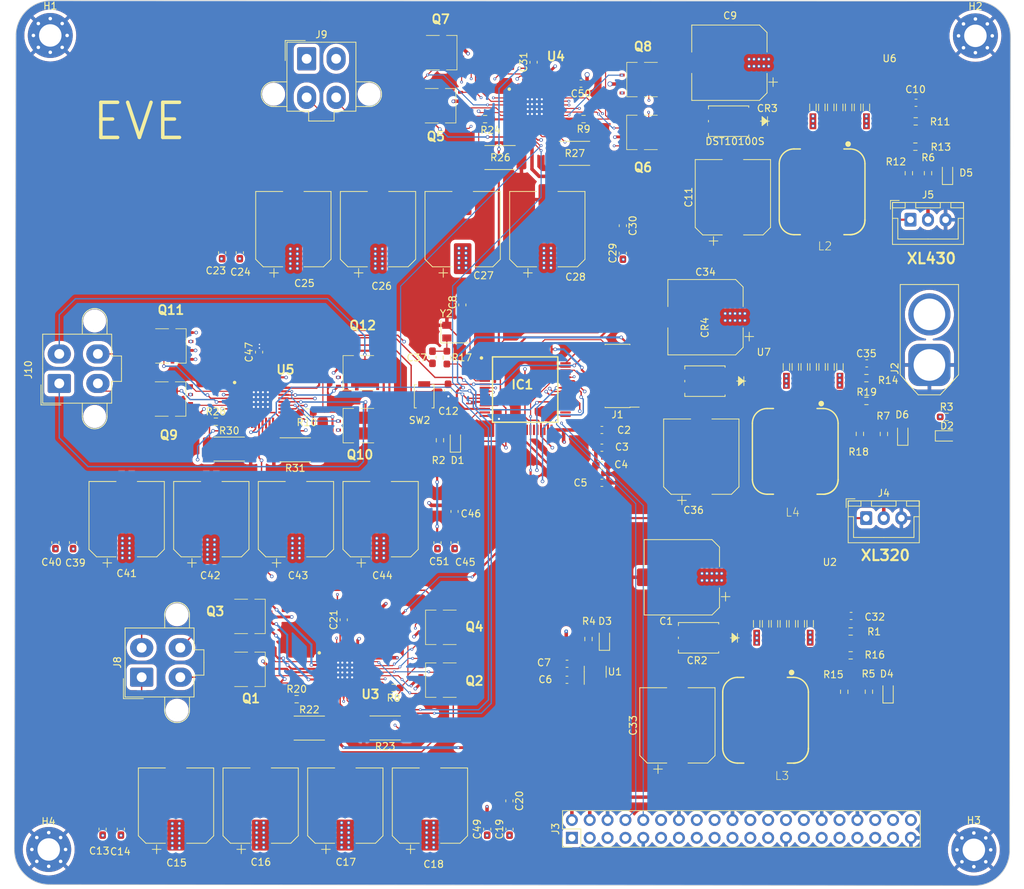
<source format=kicad_pcb>
(kicad_pcb (version 20221018) (generator pcbnew)
  (title_block (title "Projet Eve") (company "ENSEA"))
  (layers (0 "F.Cu" signal) (1 "In1.Cu" signal) (2 "In2.Cu" signal) (31 "B.Cu" signal) (34 "B.Paste" user) (35 "F.Paste" user) (36 "B.SilkS" user "B.Silkscreen") (37 "F.SilkS" user "F.Silkscreen") (38 "B.Mask" user) (39 "F.Mask" user) (44 "Edge.Cuts" user))
  (net 0 "")
  (net 1 "24V")
  (net 2 "GND")
  (net 3 "+3.3V")
  (net 4 "5.1V")
  (net 5 "OSC_in")
  (net 6 "Net-(C10-Pad1)")
  (net 7 "11.7V")
  (net 8 "/NRST")
  (net 9 "/driver_stepper/5VOUT")
  (net 10 "/driver_stepper1/5VOUT")
  (net 11 "Net-(C32-Pad1)")
  (net 12 "Net-(C35-Pad1)")
  (net 13 "7.5V")
  (net 14 "Net-(C37-Pad1)")
  (net 15 "/driver_stepper2/5VOUT")
  (net 16 "/driver_stepper/VHS")
  (net 17 "/driver_stepper1/VHS")
  (net 18 "/driver_stepper2/VHS")
  (net 19 "/Régulateur 5.1V/Vsw")
  (net 20 "/Régulateur 11.7V/Vsw")
  (net 21 "/Régulateur 7.5V/Vsw")
  (net 22 "Net-(D1-K)")
  (net 23 "/Test_LED")
  (net 24 "Net-(D2-A)")
  (net 25 "Net-(D3-A)")
  (net 26 "Net-(D4-A)")
  (net 27 "Net-(D5-A)")
  (net 28 "Net-(D6-A)")
  (net 33 "OSC_out")
  (net 34 "LPUART1_RX")
  (net 35 "LPUART1_TX")
  (net 36 "SPI2_MISO")
  (net 37 "SPI2_MOSI")
  (net 38 "UART4_TX")
  (net 44 "USART3_TX")
  (net 50 "SCK")
  (net 56 "GPIO_DIR3")
  (net 57 "GPIO_STEP3")
  (net 58 "GPIO_DIR2")
  (net 59 "GPIO_STEP2")
  (net 60 "GPIO_DIR1")
  (net 61 "GPIO_STEP1")
  (net 62 "GPIO_CSN3")
  (net 63 "GPIO_CSN2")
  (net 64 "GPIO_CSN1")
  (net 65 "/SYS_JTMS-SWDIO")
  (net 66 "/SYS_JTMS-SWCLK")
  (net 69 "UART4_RX")
  (net 70 "UART5_TX")
  (net 75 "USART1_TX")
  (net 113 "/driver_stepper/B1")
  (net 114 "/driver_stepper/B2")
  (net 115 "/driver_stepper/A1")
  (net 116 "/driver_stepper/A2")
  (net 117 "/driver_stepper1/B1")
  (net 118 "/driver_stepper1/B2")
  (net 119 "/driver_stepper1/A1")
  (net 120 "/driver_stepper1/A2")
  (net 121 "/driver_stepper2/B1")
  (net 122 "/driver_stepper2/B2")
  (net 123 "/driver_stepper2/A1")
  (net 124 "/driver_stepper2/A2")
  (net 125 "Net-(Q1-S1)")
  (net 126 "/driver_stepper/LA1")
  (net 127 "/driver_stepper/HA1")
  (net 128 "Net-(Q2-S1)")
  (net 129 "/driver_stepper/LB1")
  (net 130 "/driver_stepper/HB1")
  (net 131 "/driver_stepper/LA2")
  (net 132 "/driver_stepper/HA2")
  (net 133 "/driver_stepper/LB2")
  (net 134 "/driver_stepper/HB2")
  (net 135 "Net-(Q5-S1)")
  (net 136 "/driver_stepper1/LA1")
  (net 137 "/driver_stepper1/HA1")
  (net 138 "Net-(Q6-S1)")
  (net 139 "/driver_stepper1/LB1")
  (net 140 "/driver_stepper1/HB1")
  (net 141 "/driver_stepper1/LA2")
  (net 142 "/driver_stepper1/HA2")
  (net 143 "/driver_stepper1/LB2")
  (net 144 "/driver_stepper1/HB2")
  (net 145 "Net-(Q11-S1)")
  (net 146 "/driver_stepper2/LA1")
  (net 147 "/driver_stepper2/HA1")
  (net 148 "Net-(Q10-S1)")
  (net 149 "/driver_stepper2/LB1")
  (net 150 "/driver_stepper2/HB1")
  (net 151 "/driver_stepper2/LA2")
  (net 152 "/driver_stepper2/HA2")
  (net 153 "/driver_stepper2/LB2")
  (net 154 "/driver_stepper2/HB2")
  (net 155 "Net-(U2-Vc)")
  (net 156 "/driver_stepper/SRB")
  (net 157 "/driver_stepper1/SRB")
  (net 158 "/driver_stepper2/SRB")
  (net 159 "Net-(U6-Vc)")
  (net 160 "Net-(U6-FB)")
  (net 161 "Net-(U7-Vc)")
  (net 162 "Net-(U2-FB)")
  (net 163 "Net-(U7-FB)")
  (net 164 "/driver_stepper/SRA")
  (net 165 "/driver_stepper1/SRA")
  (net 166 "/driver_stepper2/SRA")
  (net 169 "/driver_stepper/ENN")
  (net 170 "/driver_stepper/CLK")
  (net 171 "/driver_stepper/STANDALONE_MODE")
  (net 172 "/driver_stepper/SG_TST")
  (net 173 "/driver_stepper1/ENN")
  (net 174 "/driver_stepper1/CLK")
  (net 175 "/driver_stepper2/ENN")
  (net 176 "/driver_stepper2/CLK")
  (footprint "Capacitor_SMD:C_0603_1608Metric_Pad1.08x0.95mm_HandSolder" (layer "F.Cu") (at 108.325 148.3 90)
    (fp_text reference "C49")
    (fp_text value "220n")
  )
  (footprint "LED_SMD:LED_0603_1608Metric_Pad1.05x0.95mm_HandSolder" (layer "F.Cu") (at 125.0125 121.1875 90)
    (fp_text reference "D3")
    (fp_text value "LED")
  )
  (footprint "Capacitor_SMD:C_0603_1608Metric_Pad1.08x0.95mm_HandSolder" (layer "F.Cu") (at 169.3625 44.9 180)
    (fp_text reference "C10")
    (fp_text value "10n")
  )
  (footprint "Capacitor_SMD:C_0603_1608Metric_Pad1.08x0.95mm_HandSolder" (layer "F.Cu") (at 75.85 80.4 90)
    (fp_text reference "C47")
    (fp_text value "100n")
  )
  (footprint "Connector_PinHeader_2.54mm:PinHeader_2x20_P2.54mm_Vertical" (layer "F.Cu") (at 120.38 149.54 90)
    (fp_text reference "J3")
    (fp_text value "Conn_02x20_Odd_Even")
  )
  (footprint "Resistor_SMD:R_0603_1608Metric_Pad0.98x0.95mm_HandSolder" (layer "F.Cu") (at 169.275 51.15)
    (fp_text reference "R13")
    (fp_text value "10k")
  )
  (footprint "Connector_PinHeader_1.27mm:PinHeader_2x07_P1.27mm_Vertical_SMD" (layer "F.Cu") (at 126.875 83.79 180)
    (fp_text reference "J1")
    (fp_text value "Conn_ST_STDC14")
  )
  (footprint "Capacitor_SMD:C_0603_1608Metric_Pad1.08x0.95mm_HandSolder" (layer "F.Cu") (at 160.125 117.95 180)
    (fp_text reference "C32")
    (fp_text value "10n")
  )
  (footprint "Capacitor_SMD:C_0603_1608Metric_Pad1.08x0.95mm_HandSolder" (layer "F.Cu") (at 70.595 66.23 90)
    (fp_text reference "C23")
    (fp_text value "100n")
  )
  (footprint "MountingHole:MountingHole_3.2mm_M3_Pad_Via" (layer "F.Cu") (at 177.822056 35.372056)
    (fp_text reference "H2")
    (fp_text value "MountingHole_Pad")
  )
  (footprint "Resistor_SMD:R_0603_1608Metric_Pad0.98x0.95mm_HandSolder" (layer "F.Cu") (at 173.725 89.625)
    (fp_text reference "R3")
    (fp_text value "1k")
  )
  (footprint "Capacitor_SMD:C_0603_1608Metric_Pad1.08x0.95mm_HandSolder" (layer "F.Cu") (at 100.53 81.128 -90)
    (fp_text reference "C37")
    (fp_text value "10p")
  )
  (footprint "Mosfet:SQJ968EPT1GE3" (layer "F.Cu") (at 65.4755 79.519 90)
    (fp_text reference "Q11")
    (fp_text value "SQJ504EP-T1_GE3" hide)
  )
  (footprint "TMC2590:QFP50P700X700X114-33N" (layer "F.Cu") (at 88.14 125.71)
    (fp_text reference "U3")
    (fp_text value "TMC2590-TA" hide)
  )
  (footprint "Resistor_SMD:R_0603_1608Metric_Pad0.98x0.95mm_HandSolder" (layer "F.Cu") (at 101.6 92.94 90)
    (fp_text reference "R2")
    (fp_text value "1k")
  )
  (footprint "Resistor_SMD:R_0603_1608Metric_Pad0.98x0.95mm_HandSolder" (layer "F.Cu") (at 122.7425 121.2375 90)
    (fp_text reference "R4")
    (fp_text value "1k")
  )
  (footprint "Capacitor_SMD:C_0603_1608Metric_Pad1.08x0.95mm_HandSolder" (layer "F.Cu") (at 124.65 91.48)
    (fp_text reference "C2")
    (fp_text value "4.7u")
  )
  (footprint "libs:LT1076CR-PBF" (layer "F.Cu") (at 150.49 112.44)
    (fp_text reference "U2")
    (fp_text value "~" hide)
  )
  (footprint "Resistor_SMD:R_2512_6332Metric_Pad1.40x3.35mm_HandSolder" (layer "F.Cu") (at 110.15 52.7)
    (fp_text reference "R26")
    (fp_text value "0.075")
  )
  (footprint "Capacitor_SMD:CP_Elec_10x10.5" (layer "F.Cu") (at 80.73 62.89 90)
    (fp_text reference "C25")
    (fp_text value "150u")
  )
  (footprint "libs:DST10100S" (layer "F.Cu") (at 138.4099 121.070001 -90)
    (fp_text reference "CR2")
    (fp_text value "DST10100S" hide)
  )
  (footprint "Resistor_SMD:R_0603_1608Metric_Pad0.98x0.95mm_HandSolder" (layer "F.Cu") (at 168.35 54.925 90)
    (fp_text reference "R12")
    (fp_text value "43k")
  )
  (footprint "Resistor_SMD:R_0603_1608Metric_Pad0.98x0.95mm_HandSolder" (layer "F.Cu") (at 162.665 128.74 90)
    (fp_text reference "R5")
    (fp_text value "1k")
  )
  (footprint "Connector_JST:JST_XH_B3B-XH-A_1x03_P2.50mm_Vertical" (layer "F.Cu") (at 168.575 61.55)
    (fp_text reference "J5")
    (fp_text value "Conn_01x03")
  )
  (footprint "Mosfet:SQJ968EPT1GE3" (layer "F.Cu") (at 99.55 119.577 -90)
    (fp_text reference "Q4")
    (fp_text value "SQJ504EP-T1_GE3" hide)
  )
  (footprint "Mosfet:SQJ968EPT1GE3" (layer "F.Cu") (at 87.815 90.86 -90)
    (fp_text reference "Q10")
    (fp_text value "SQJ504EP-T1_GE3" hide)
  )
  (footprint "Capacitor_SMD:C_0603_1608Metric_Pad1.08x0.95mm_HandSolder" (layer "F.Cu") (at 87.9 118.5 90)
    (fp_text reference "C21")
    (fp_text value "100n")
  )
  (footprint "Resistor_SMD:R_2512_6332Metric_Pad1.40x3.35mm_HandSolder" (layer "F.Cu") (at 93.8 133.9 180)
    (fp_text reference "R23")
    (fp_text value "0.075")
  )
  (footprint "Resistor_SMD:R_0603_1608Metric_Pad0.98x0.95mm_HandSolder" (layer "F.Cu") (at 69.7 90.3)
    (fp_text reference "R28")
    (fp_text value "10")
  )
  (footprint "Capacitor_SMD:CP_Elec_10x10.5" (layer "F.Cu") (at 142.8 39.2 180)
    (fp_text reference "C9")
    (fp_text value "220u")
  )
  (footprint "LED_SMD:LED_0603_1608Metric_Pad1.05x0.95mm_HandSolder" (layer "F.Cu") (at 173.775 92.325)
    (fp_text reference "D2")
    (fp_text value "LED")
  )
  (footprint "Capacitor_SMD:C_0603_1608Metric_Pad1.08x0.95mm_HandSolder" (layer "F.Cu") (at 114.93 39.13 90)
    (fp_text reference "C31")
    (fp_text value "100n")
  )
  (footprint "libs:LT1076CR-PBF" (layer "F.Cu") (at 158.5 38.925)
    (fp_text reference "U6")
    (fp_text value "~" hide)
  )
  (footprint "Capacitor_SMD:CP_Elec_10x10.5" (layer "F.Cu") (at 76.075 144.95 90)
    (fp_text reference "C16")
    (fp_text value "150u")
  )
  (footprint "Capacitor_SMD:CP_Elec_10x10.5" (layer "F.Cu") (at 57 104.175 90)
    (fp_text reference "C41")
    (fp_text value "150u")
  )
  (footprint "Capacitor_SMD:C_0603_1608Metric_Pad1.08x0.95mm_HandSolder" (layer "F.Cu") (at 127.63 62.3975 -90)
    (fp_text reference "C30")
    (fp_text value "470n")
  )
  (footprint "Capacitor_SMD:CP_Elec_10x10.5" (layer "F.Cu") (at 143.3 58.35 90)
    (fp_text reference "C11")
    (fp_text value "470u")
  )
  (footprint "Eagle_WE-PD (rev23a):WE-PD_1210" (layer "F.Cu") (at 156 57.575 180)
    (fp_text reference "L2")
    (fp_text value "22uH")
  )
  (footprint "STM32U535RET6:QFP50P1200X1200X160-64N" (layer "F.Cu") (at 113.73 85.728)
    (fp_text reference "IC1")
    (fp_text value "STM32U535RET6" hide)
  )
  (footprint "Resistor_SMD:R_2512_6332Metric_Pad1.40x3.35mm_HandSolder" (layer "F.Cu") (at 81 94.3 180)
    (fp_text reference "R31")
    (fp_text value "0.075")
  )
  (footprint "Resistor_SMD:R_0603_1608Metric_Pad0.98x0.95mm_HandSolder" (layer "F.Cu") (at 122.04 47.22 180)
    (fp_text reference "R9")
    (fp_text value "10")
  )
  (footprint "Mosfet:SQJ968EPT1GE3" (layer "F.Cu") (at 99.55 127.087 -90)
    (fp_text reference "Q2")
    (fp_text value "SQJ504EP-T1_GE3" hide)
  )
  (footprint "Connector_Molex:Molex_Mini-Fit_Jr_5566-04A2_2x02_P4.20mm_Vertical" (layer "F.Cu") (at 82.62 38.64)
    (fp_text reference "J9")
    (fp_text value "Conn_01x04")
  )
  (footprint "Resistor_SMD:R_0603_1608Metric_Pad0.98x0.95mm_HandSolder" (layer "F.Cu") (at 162.3075 87.35)
    (fp_text reference "R19")
    (fp_text value "10k")
  )
  (footprint "Capacitor_SMD:C_0603_1608Metric_Pad1.08x0.95mm_HandSolder" (layer "F.Cu") (at 119.6875 124.7625 180)
    (fp_text reference "C7")
    (fp_text value "1u")
  )
  (footprint "Mosfet:SQJ968EPT1GE3" (layer "F.Cu") (at 76.73 125.557 90)
    (fp_text reference "Q1")
    (fp_text value "SQJ504EP-T1_GE3" hide)
  )
  (footprint "Capacitor_SMD:CP_Elec_10x10.5" (layer "F.Cu") (at 100.175 144.95 90)
    (fp_text reference "C18")
    (fp_text value "150u")
  )
  (footprint "Mosfet:SQJ968EPT1GE3" (layer "F.Cu") (at 103.865 45.32 90)
    (fp_text reference "Q5")
    (fp_text value "SQJ504EP-T1_GE3" hide)
  )
  (footprint "Capacitor_SMD:C_0603_1608Metric_Pad1.08x0.95mm_HandSolder" (layer "F.Cu") (at 119.675 127.0375 180)
    (fp_text reference "C6")
    (fp_text value "1u")
  )
  (footprint "Resistor_SMD:R_2512_6332Metric_Pad1.40x3.35mm_HandSolder" (layer "F.Cu") (at 71.6 94.2)
    (fp_text reference "R30")
    (fp_text value "0.075")
  )
  (footprint "Capacitor_SMD:CP_Elec_10x10.5" (layer "F.Cu") (at 88.125 144.95 90)
    (fp_text reference "C17")
    (fp_text value "150u")
  )
  (footprint "Capacitor_SMD:CP_Elec_10x10.5" (layer "F.Cu") (at 92.78 62.89 90)
    (fp_text reference "C26")
    (fp_text value "150u")
  )
  (footprint "Capacitor_SMD:CP_Elec_10x10.5" (layer "F.Cu") (at 135.4 133.5325 90)
    (fp_text reference "C33")
    (fp_text value "470u")
  )
  (footprint "Resistor_SMD:R_0603_1608Metric_Pad0.98x0.95mm_HandSolder" (layer "F.Cu") (at 169.325 47.55)
    (fp_text reference "R11")
    (fp_text value "2.7k")
  )
  (footprint "Resistor_SMD:R_0603_1608Metric_Pad0.98x0.95mm_HandSolder" (layer "F.Cu") (at 81.2 129.8)
    (fp_text reference "R20")
    (fp_text value "10")
  )
  (footprint "Capacitor_SMD:C_0603_1608Metric_Pad1.08x0.95mm_HandSolder" (layer "F.Cu") (at 102.75 85.8375 90)
    (fp_text reference "C12")
    (fp_text value "100n")
  )
  (footprint "Capacitor_SMD:CP_Elec_10x10.5" (layer "F.Cu") (at 136.0325 112.45 180)
    (fp_text reference "C1")
    (fp_text value "220u")
  )
  (footprint "Connector_Molex:Molex_Mini-Fit_Jr_5566-04A2_2x02_P4.20mm_Vertical" (layer "F.Cu") (at 47.405 84.855 90)
    (fp_text reference "J10")
    (fp_text value "Conn_01x04")
  )
  (footprint "TMC2590:QFP50P700X700X114-33N" (layer "F.Cu") (at 115.19 45.46)
    (fp_text reference "U4")
    (fp_text value "TMC2590-TA" hide)
  )
  (footprint "Resistor_SMD:R_0603_1608Metric_Pad0.98x0.95mm_HandSolder" (layer "F.Cu") (at 161.38 92.0375 90)
    (fp_text reference "R18")
    (fp_text value "24k")
  )
  (footprint "libs:DST10100S" (layer "F.Cu") (at 139.3205 84.525 -90)
    (fp_text reference "CR4")
    (fp_text value "DST10100S" hide)
  )
  (footprint "Capacitor_SMD:C_0603_1608Metric_Pad1.08x0.95mm_HandSolder" (layer "F.Cu") (at 56.175 148.2875 90)
    (fp_text reference "C14")
    (fp_text value "100n")
  )
  (footprint "Connector_AMASS:AMASS_XT60-F_1x02_P7.20mm_Vertical" (layer "F.Cu") (at 171.275 82.225 90)
    (fp_text reference "J2")
    (fp_text value "Conn_01x02")
  )
  (footprint "Capacitor_SMD:C_0603_1608Metric_Pad1.08x0.95mm_HandSolder" (layer "F.Cu") (at 101.245 107.515 90)
    (fp_text reference "C51")
    (fp_text value "220n")
  )
  (footprint "Capacitor_SMD:C_0603_1608Metric_Pad1.08x0.95mm_HandSolder" (layer "F.Cu") (at 53.575 148.2875 90)
    (fp_text reference "C13")
    (fp_text value "100n")
  )
  (footprint "libs:LT1076CR-PBF" (layer "F.Cu") (at 154.73 75.87075)
    (fp_text reference "U7")
    (fp_text value "~" hide)
  )
  (footprint "Capacitor_SMD:C_0603_1608Metric_Pad1.08x0.95mm_HandSolder" (layer "F.Cu") (at 103.675 103.075 -90)
    (fp_text reference "C46")
    (fp_text value "470n")
  )
  (footprint "Capacitor_SMD:C_0603_1608Metric_Pad1.08x0.95mm_HandSolder" (layer "F.Cu") (at 124.65 94)
    (fp_text reference "C3")
    (fp_text value "100n")
  )
  (footprint "Capacitor_SMD:CP_Elec_10x10.5" (layer "F.Cu") (at 69.05 104.175 90)
    (fp_text reference "C42")
    (fp_text value "150u")
  )
  (footprint "Resistor_SMD:R_0603_1608Metric_Pad0.98x0.95mm_HandSolder" (layer "F.Cu") (at 164.8 92.05 90)
    (fp_text reference "R7")
    (fp_text value "1k")
  )
  (footprint "Connector_Molex:Molex_Mini-Fit_Jr_5566-04A2_2x02_P4.20mm_Vertical" (layer "F.Cu") (at 59.135 126.675 90)
    (fp_text reference "J8")
    (fp_text value "Conn_01x04")
  )
  (footprint "Capacitor_SMD:C_0603_1608Metric_Pad1.08x0.95mm_HandSolder" (layer "F.Cu") (at 127.63 66.3075 90)
    (fp_text reference "C29")
    (fp_text value "100n")
  )
  (footprint "Resistor_SMD:R_0603_1608Metric_Pad0.98x0.95mm_HandSolder" (layer "F.Cu") (at 159.15 128.75 90)
    (fp_text reference "R15")
    (fp_text value "13k")
  )
  (footprint "Resistor_SMD:R_0603_1608Metric_Pad0.98x0.95mm_HandSolder" (layer "F.Cu") (at 82.65 88.98 180)
    (fp_text reference "R10")
    (fp_text value "10")
  )
  (footprint "Connector_JST:JST_XH_B3B-XH-A_1x03_P2.50mm_Vertical" (layer "F.Cu") (at 162.275 104.025)
    (fp_text reference "J4")
    (fp_text value "Conn_01x03")
  )
  (footprint "Mosfet:SQJ968EPT1GE3" (layer "F.Cu") (at 128.19 41.595 -90)
    (fp_text reference "Q8")
    (fp_text value "SQJ504EP-T1_GE3" hide)
  )
  (footprint "Capacitor_SMD:CP_Elec_10x10.5" (layer "F.Cu") (at 116.88 62.89 90)
    (fp_text reference "C28")
    (fp_text value "150u")
  )
  (footprint "Capacitor_SMD:C_0603_1608Metric_Pad1.08x0.95mm_HandSolder" (layer "F.Cu") (at 46.855 107.505 90)
    (fp_text reference "C39")
    (fp_text value "100n")
  )
  (footprint "Capacitor_SMD:C_0603_1608Metric_Pad1.08x0.95mm_HandSolder" (layer "F.Cu") (at 49.365 107.505 90)
    (fp_text reference "C40")
    (fp_text value "100n")
  )
  (footprint "Capacitor_SMD:CP_Elec_10x10.5" (layer "F.Cu") (at 81.1 104.175 90)
    (fp_text reference "C43")
    (fp_text value "150u")
  )
  (footprint "Capacitor_SMD:C_0603_1608Metric_Pad1.08x0.95mm_HandSolder" (layer "F.Cu") (at 73.105 66.23 90)
    (fp_text reference "C24")
    (fp_text value "100n")
  )
  (footprint "Resistor_SMD:R_2512_6332Metric_Pad1.40x3.35mm_HandSolder" (layer "F.Cu") (at 120.75 52.1 180)
    (fp_text reference "R27")
    (fp_text value "0.075")
  )
  (footprint "Mosfet:SQJ968EPT1GE3" (layer "F.Cu") (at 104.02 37.765 90)
    (fp_text reference "Q7")
    (fp_text value "SQJ504EP-T1_GE3" hide)
  )
  (footprint "Mosfet:SQJ968EPT1GE3" (layer "F.Cu") (at 65.4255 87.073 90)
    (fp_text reference "Q9")
    (fp_text value "SQJ504EP-T1_GE3" hide)
  )
  (footprint "Resistor_SMD:R_0603_1608Metric_Pad0.98x0.95mm_HandSolder" (layer "F.Cu") (at 102.58 81.178 -90)
    (fp_text reference "R17")
    (fp_text value "10R")
  )
  (footprint "Capacitor_SMD:CP_Elec_10x10.5" (layer "F.Cu") (at 139.4 75.425 180)
    (fp_text reference "C34")
    (fp_text value "220u")
  )
  (footprint "LED_SMD:LED_0603_1608Metric_Pad1.05x0.95mm_HandSolder" (layer "F.Cu") (at 103.8 92.975 90)
    (fp_text reference "D1")
    (fp_text value "LED")
  )
  (footprint "Capacitor_SMD:CP_Elec_10x10.5" (layer "F.Cu") (at 93.15 104.175 90)
    (fp_text reference "C44")
    (fp_text value "150u")
  )
  (footprint "Resistor_SMD:R_0603_1608Metric_Pad0.98x0.95mm_HandSolder" (layer "F.Cu") (at 160.065 120.165)
    (fp_text reference "R1")
    (fp_text value "2.7k")
  )
  (footprint "Resistor_SMD:R_2512_6332Metric_Pad1.40x3.35mm_HandSolder" (layer "F.Cu") (at 83 133.92)
    (fp_text reference "R22")
    (fp_text value "0.075")
  )
  (footprint "libs:DST10100S" (layer "F.Cu") (at 142.68835 47.5175 -90)
    (fp_text reference "CR3")
    (fp_text value "DST10100S")
  )
  (footprint "Resistor_SMD:R_0603_1608Metric_Pad0.98x0.95mm_HandSolder" (layer "F.Cu") (at 108.025 47.225)
    (fp_text reference "R24")
    (fp_text value "10")
  )
  (footprint "LED_SMD:LED_0603_1608Metric_Pad1.05x0.95mm_HandSolder" (layer "F.Cu") (at 165.39 128.69 90)
    (fp_text reference "D4")
    (fp_text value "LED")
  )
  (footprint "Capacitor_SMD:C_0603_1608Metric_Pad1.08x0.95mm_HandSolder" (layer "F.Cu") (at 104.78 73.678 90)
    (fp_text reference "C8")
    (fp_text value "10p")
  )
  (footprint "Capacitor_SMD:CP_Elec_10x10.5" (layer "F.Cu") (at 104.83 62.89 90)
    (fp_text reference "C27")
    (fp_text value "150u")
  )
  (footprint "MountingHole:MountingHole_3.2mm_M3_Pad_Via" (layer "F.Cu") (at 45.902944 151.197056)
    (fp_text reference "H4")
    (fp_text value "MountingHole_Pad")
  )
  (footprint "Capacitor_SMD:C_0603_1608Metric_Pad1.08x0.95mm_HandSolder" (layer "F.Cu") (at 124.65 99)
    (fp_text reference "C5")
    (fp_text value "100n")
  )
  (footprint "Package_TO_SOT_SMD:SOT-23-5" (layer "F.Cu") (at 123.7 125.9 90)
    (fp_text reference "U1")
    (fp_text value "BU33SD5WG-TR")
  )
  (footprint "MountingHole:MountingHole_3.2mm_M3_Pad_Via" (layer "F.Cu") (at 177.6 151.25)
    (fp_text reference "H3")
    (fp_text value "MountingHole_Pad")
  )
  (footprint "Resistor_SMD:R_0603_1608Metric_Pad0.98x0.95mm_HandSolder" (layer "F.Cu") (at 171.075 54.925 90)
    (fp_text reference "R6")
    (fp_text value "1k")
  )
  (footprint "Mosfet:SQJ968EPT1GE3" (layer "F.Cu") (at 76.73 118.022 90)
    (fp_text reference "Q3")
    (fp_text value "SQJ504EP-T1_GE3" hide)
  )
  (footprint "Mosfet:SQJ968EPT1GE3" (layer "F.Cu") (at 128.18 49.125 -90)
    (fp_text reference "Q6")
    (fp_text value "SQJ504EP-T1_GE3" hide)
  )
  (footprint "Capacitor_SMD:C_0603_1608Metric_Pad1.08x0.95mm_HandSolder" (layer "F.Cu") (at 124.65 96.51)
    (fp_text reference "C4")
    (fp_text value "100n")
  )
  (footprint "Eagle_WE-PD (rev23a):WE-PD_1210" (layer "F.Cu") (at 147.95 132.8 180)
    (fp_text reference "L3")
    (fp_text value "22uH")
  )
  (footprint "Crystal:Crystal_SMD_EuroQuartz_MT-4Pin_3.2x2.5mm" (layer "F.Cu") (at 103.68 77.478)
    (fp_text reference "Y2")
    (fp_text value "Crystal")
  )
  (footprint "Resistor_SMD:R_0603_1608Metric_Pad0.98x0.95mm_HandSolder" (layer "F.Cu") (at 95 128.2 180)
    (fp_text reference "R8")
    (fp_text value "10")
  )
  (footprint "Button_Switch_SMD:SW_SPST_B3U-1000P" (layer "F.Cu") (at 99.35 86.6875 90)
    (fp_text reference "SW2")
    (fp_text value "SW_Push")
  )
  (footprint "TMC2590:QFP50P700X700X114-33N" (layer "F.Cu") (at 76.09 87.223)
    (fp_text reference "U5")
    (fp_text value "TMC2590-TA" hide)
  )
  (footprint "Eagle_WE-PD (rev23a):WE-PD_1210" (layer "F.Cu") (at 152.175 94.525 180)
    (fp_text reference "L4")
    (fp_text value "22uH")
  )
  (footprint "Capacitor_SMD:CP_Elec_10x10.5" (layer "F.Cu") (at 138.8 95.275 90)
    (fp_text reference "C36")
    (fp_text value "470u")
  )
  (footprint "LED_SMD:LED_0603_1608Metric_Pad1.05x0.95mm_HandSolder" (layer "F.Cu") (at 167.48 92 90)
    (fp_text reference "D6")
    (fp_text value "LED")
  )
  (footprint "Capacitor_SMD:C_0603_1608Metric_Pad1.08x0.95mm_HandSolder" (layer "F.Cu") (at 162.35 82 180)
    (fp_text reference "C35")
    (fp_text value "10n")
  )
  (footprint "Resistor_SMD:R_0603_1608Metric_Pad0.98x0.95mm_HandSolder" (layer "F.Cu") (at 160.065 123.565)
    (fp_text reference "R16")
    (fp_text value "10k")
  )
  (footprint "Capacitor_SMD:C_0603_1608Metric_Pad1.08x0.95mm_HandSolder" (layer "F.Cu") (at 103.675 107.5025 90)
    (fp_text reference "C45")
    (fp_text value "100n")
  )
  (footprint "Capacitor_SMD:C_0603_1608Metric_Pad1.08x0.95mm_HandSolder" (layer "F.Cu") (at 111.5 148.3 90)
    (fp_text reference "C19")
    (fp_text value "100n")
  )
  (footprint "LED_SMD:LED_0603_1608Metric_Pad1.05x0.95mm_HandSolder" (layer "F.Cu") (at 173.85 54.875 90)
    (fp_text reference "D5")
    (fp_text value "LED")
  )
  (footprint "Resistor_SMD:R_0603_1608Metric_Pad0.98x0.95mm_HandSolder" (layer "F.Cu") (at 162.3075 84.1)
    (fp_text reference "R14")
    (fp_text value "2.7k")
  )
  (footprint "Mosfet:SQJ968EPT1GE3" (layer "F.Cu") (at 87.805 83.345 -90)
    (fp_text reference "Q12")
    (fp_text value "SQJ504EP-T1_GE3" hide)
  )
  (footprint "Capacitor_SMD:CP_Elec_10x10.5" (layer "F.Cu") (at 64.025 144.95 90)
    (fp_text reference "C15")
    (fp_text value "150u")
  )
  (footprint "Capacitor_SMD:C_0603_1608Metric_Pad1.08x0.95mm_HandSolder" (layer "F.Cu") (at 121.675 42.175 180)
    (fp_text reference "C50")
    (fp_text value "220n")
  )
  (footprint "MountingHole:MountingHole_3.2mm_M3_Pad_Via" (layer "F.Cu") (at 46.125 35.319112)
    (fp_text reference "H1")
    (fp_text value "MountingHole_Pad")
  )
  (footprint "Capacitor_SMD:C_0603_1608Metric_Pad1.08x0.95mm_HandSolder" (layer "F.Cu") (at 111.48 144.28 -90)
    (fp_text reference "C20")
    (fp_text value "470n")
  )
  (gr_arc (start 177.822056 30.422056) (mid 181.354031 31.882967) (end 182.822046 35.411996) (stroke (width 0.1)) (layer "Edge.Cuts"))
  (gr_line (start 182.822046 35.411996) (end 182.7 151.35) (stroke (width 0.1)) (layer "Edge.Cuts"))
  (gr_line (start 46.225 30.369112) (end 177.822056 30.422056) (stroke (width 0.1)) (layer "Edge.Cuts"))
  (gr_line (start 41.002944 151.197056) (end 41.225 35.369112) (stroke (width 0.1)) (layer "Edge.Cuts"))
  (gr_arc (start 182.7 151.35) (mid 181.235534 154.885534) (end 177.7 156.35) (stroke (width 0.1)) (layer "Edge.Cuts"))
  (gr_arc (start 46.002944 156.197056) (mid 42.46741 154.73259) (end 41.002944 151.197056) (stroke (width 0.1)) (layer "Edge.Cuts"))
  (gr_arc (start 41.225 35.369112) (mid 42.689466 31.833578) (end 46.225 30.369112) (stroke (width 0.1)) (layer "Edge.Cuts"))
  (gr_line (start 177.7 156.35) (end 46.002944 156.197056) (stroke (width 0.1)) (layer "Edge.Cuts"))
  (gr_text "XL320" (at 161.35 110.2) (layer "F.SilkS") (effects (font (size 1.5 1.5) (thickness 0.3) bold) (justify left bottom)))
  (gr_text "EVE" (at 51.81 50.47) (layer "F.SilkS") (effects (font (size 5 5) (thickness 0.5)) (justify left bottom)))
  (gr_text "XL430" (at 167.9 67.95) (layer "F.SilkS") (effects (font (size 1.5 1.5) (thickness 0.3) bold) (justify left bottom)))
  (segment (start 77.39 124.922) (end 76.922 124.922) (width 0.4) (layer "F.Cu") (net 1))
  (segment (start 89.89 122.472) (end 89.89 121.41) (width 0.4) (layer "F.Cu") (net 1))
  (segment (start 98.89 120.212) (end 98.588 120.212) (width 0.4) (layer "F.Cu") (net 1))
  (segment (start 104.525 44.685) (end 103.515 44.685) (width 0.5) (layer "F.Cu") (net 1))
  (segment (start 78.103 118.1) (end 80.5 118.1) (width 0.4) (layer "F.Cu") (net 1))
  (segment (start 77.39 117.387) (end 78.103 118.1) (width 0.4) (layer "F.Cu") (net 1))
  (segment (start 125.805 42.23) (end 125.8 42.225) (width 0.5) (layer "F.Cu") (net 1))
  (segment (start 127.53 42.23) (end 125.805 42.23) (width 0.5) (layer "F.Cu") (net 1))
  (segment (start 122.5375 42.175) (end 122.5375 40.9125) (width 0.5) (layer "F.Cu") (net 1))
  (segment (start 104.68 37.13) (end 104.83 37.13) (width 0.5) (layer "F.Cu") (net 1))
  (segment (start 116.94 40.76) (end 118 39.7) (width 0.4) (layer "F.Cu") (net 1))
  (segment (start 127.52 49.76) (end 126.54 49.76) (width 0.4) (layer "F.Cu") (net 1))
  (segment (start 98.678 127.722) (end 98.1 128.3) (width 0.4) (layer "F.Cu") (net 1))
  (segment (start 89.89 121.41) (end 90.1 121.2) (width 0.4) (layer "F.Cu") (net 1))
  (segment (start 104.83 37.13) (end 105.6 37.9) (width 0.5) (layer "F.Cu") (net 1))
  (segment (start 103.515 44.685) (end 103.5 44.7) (width 0.5) (layer "F.Cu") (net 1))
  (segment (start 98.588 120.212) (end 97.9 120.9) (width 0.4) (layer "F.Cu") (net 1))
  (segment (start 98.89 127.722) (end 98.678 127.722) (width 0.4) (layer "F.Cu") (net 1))
  (segment (start 126.54 49.76) (end 126.5 49.8) (width 0.4) (layer "F.Cu") (net 1))
  (segment (start 77.84 83.985) (end 79.685 83.985) (width 0.3) (layer "F.Cu") (net 1))
  (segment (start 116.94 42.222) (end 116.94 40.76) (width 0.4) (layer "F.Cu") (net 1))
  (segment (start 76.922 124.922) (end 76.4 124.4) (width 0.4) (layer "F.Cu") (net 1))
  (segment (start 122.5375 40.9125) (end 122.55 40.9) (width 0.5) (layer "F.Cu") (net 1))
  (via (at 73.1 67.1) (size 0.5) (drill 0.3) (layers "F.Cu" "B.Cu") (net 1))
  (via (at 68.5 108.5) (size 0.5) (drill 0.3) (layers "F.Cu" "B.Cu") (net 1))
  (via (at 142.9 74.9) (size 0.5) (drill 0.3) (layers "F.Cu" "B.Cu") (net 1))
  (via (at 147.7 38.7) (size 0.5) (drill 0.3) (layers "F.Cu" "B.Cu") (net 1))
  (via (at 154.3 121.7) (size 0.5) (drill 0.3) (layers "F.Cu" "B.Cu") (net 1))
  (via (at 104.3 67) (size 0.5) (drill 0.3) (layers "F.Cu" "B.Cu") (net 1))
  (via (at 81.3 66.4) (size 0.5) (drill 0.3) (layers "F.Cu" "B.Cu") (net 1))
  (via (at 81.6 106.9) (size 0.5) (drill 0.3) (layers "F.Cu" "B.Cu") (net 1))
  (via (at 64.5 147.5) (size 0.5) (drill 0.3) (layers "F.Cu" "B.Cu") (net 1))
  (via (at 46.9 108.4) (size 0.5) (drill 0.3) (layers "F.Cu" "B.Cu") (net 1))
  (via (at 162.3 48.2) (size 0.5) (drill 0.3) (layers "F.Cu" "B.Cu") (net 1))
  (via (at 88.6 148.8) (size 0.5) (drill 0.3) (layers "F.Cu" "B.Cu") (net 1))
  (via (at 158.506872 84.381388) (size 0.5) (drill 0.3) (layers "F.Cu" "B.Cu") (net 1))
  (via (at 57.4 109.7) (size 0.5) (drill 0.3) (layers "F.Cu" "B.Cu") (net 1))
  (via (at 146.3 39.7) (size 0.5) (drill 0.3) (layers "F.Cu" "B.Cu") (net 1))
  (via (at 87.1 91.5) (size 0.5) (drill 0.3) (layers "F.Cu" "B.Cu") (net 1))
  (via (at 76.5 148.8) (size 0.5) (drill 0.3) (layers "F.Cu" "B.Cu") (net 1))
  (via (at 63.5 148.9) (size 0.5) (drill 0.3) (layers "F.Cu" "B.Cu") (net 1))
  (via (at 90.1 121.2) (size 0.5) (drill 0.3) (layers "F.Cu" "B.Cu") (net 1))
  (via (at 81.3 68.5) (size 0.5) (drill 0.3) (layers "F.Cu" "B.Cu") (net 1))
  (via (at 99.7 148.8) (size 0.5) (drill 0.3) (layers "F.Cu" "B.Cu") (net 1))
  (via (at 93.6 106.9) (size 0.5) (drill 0.3) (layers "F.Cu" "B.Cu") (net 1))
  (via (at 64.5 151) (size 0.5) (drill 0.3) (layers "F.Cu" "B.Cu") (net 1))
  (via (at 116.4 68.4) (size 0.5) (drill 0.3) (layers "F.Cu" "B.Cu") (net 1))
  (via (at 116.4 66.3) (size 0.5) (drill 0.3) (layers "F.Cu" "B.Cu") (net 1))
  (via (at 64.5 148.2) (size 0.5) (drill 0.3) (layers "F.Cu" "B.Cu") (net 1))
  (via (at 99.7 150.2) (size 0.5) (drill 0.3) (layers "F.Cu" "B.Cu") (net 1))
  (via (at 118 39.7) (size 0.5) (drill 0.3) (layers "F.Cu" "B.Cu") (net 1))
  (via (at 88.6 147.4) (size 0.5) (drill 0.3) (layers "F.Cu" "B.Cu") (net 1))
  (via (at 103.75 108.35) (size 0.5) (drill 0.3) (layers "F.Cu" "B.Cu") (net 1))
  (via (at 138.9 111.9) (size 0.5) (drill 0.3) (layers "F.Cu" "B.Cu") (net 1))
  (via (at 104.3 65.6) (size 0.5) (drill 0.3) (layers "F.Cu" "B.Cu") (net 1))
  (via (at 122.55 40.9) (size 0.7) (drill 0.5) (layers "F.Cu" "B.Cu") (net 1))
  (via (at 80.3 66.4) (size 0.5) (drill 0.3) (layers "F.Cu" "B.Cu") (net 1))
  (via (at 105.3 68.4) (size 0.5) (drill 0.3) (layers "F.Cu" "B.Cu") (net 1))
  (via (at 93.4 67.1) (size 0.5) (drill 0.3) (layers "F.Cu" "B.Cu") (net 1))
  (via (at 75.5 148.1) (size 0.5) (drill 0.3) (layers "F.Cu" "B.Cu") (net 1))
  (via (at 141.7 111.9) (size 0.5) (drill 0.3) (layers "F.Cu" "B.Cu") (net 1))
  (via (at 99.7 148.1) (size 0.5) (drill 0.3) (layers "F.Cu" "B.Cu") (net 1))
  (via (at 81.3 67.1) (size 0.5) (drill 0.3) (layers "F.Cu" "B.Cu") (net 1))
  (via (at 148.4 39.7) (size 0.5) (drill 0.3) (layers "F.Cu" "B.Cu") (net 1))
  (via (at 53.6 149.2) (size 0.5) (drill 0.3) (layers "F.Cu" "B.Cu") (net 1))
  (via (at 75.5 150.9) (size 0.5) (drill 0.3) (layers "F.Cu" "B.Cu") (net 1))
  (via (at 116.4 65.6) (size 0.5) (drill 0.3) (layers "F.Cu" "B.Cu") (net 1))
  (via (at 68.5 109.2) (size 0.5) (drill 0.3) (layers "F.Cu" "B.Cu") (net 1))
  (via (at 139.6 111.9) (size 0.5) (drill 0.3) (layers "F.Cu" "B.Cu") (net 1))
  (via (at 75.5 147.4) (size 0.5) (drill 0.3) (layers "F.Cu" "B.Cu") (net 1))
  (via (at 80.5 118.1) (size 0.5) (drill 0.3) (layers "F.Cu" "B.Cu") (net 1))
  (via (at 92.4 67.8) (size 0.5) (drill 0.3) (layers "F.Cu" "B.Cu") (net 1))
  (via (at 56.4 107.6) (size 0.5) (drill 0.3) (layers "F.Cu" "B.Cu") (net 1))
  (via (at 147.7 39.7) (size 0.5) (drill 0.3) (layers "F.Cu" "B.Cu") (net 1))
  (via (at 68.5 107.1) (size 0.5) (drill 0.3) (layers "F.Cu" "B.Cu") (net 1))
  (via (at 154.7 48.2) (size 0.5) (drill 0.3) (layers "F.Cu" "B.Cu") (net 1))
  (via (at 104.3 68.4) (size 0.5) (drill 0.3) (layers "F.Cu" "B.Cu") (net 1))
  (via (at 92.4 65.7) (size 0.5) (drill 0.3) (layers "F.Cu" "B.Cu") (net 1))
  (via (at 81.6 109) (size 0.5) (drill 0.3) (layers "F.Cu" "B.Cu") (net 1))
  (via (at 63.5 149.6) (size 0.5) (drill 0.3) (layers "F.Cu" "B.Cu") (net 1))
  (via (at 81.3 67.8) (size 0.5) (drill 0.3) (layers "F.Cu" "B.Cu") (net 1))
  (via (at 150.9 83.8) (size 0.5) (drill 0.3) (layers "F.Cu" "B.Cu") (net 1))
  (via (at 162.306872 47.481388) (size 0.5) (drill 0.3) (layers "F.Cu" "B.Cu") (net 1))
  (via (at 143.6 74.9) (size 0.5) (drill 0.3) (layers "F.Cu" "B.Cu") (net 1))
  (via (at 117.4 68.4) (size 0.5) (drill 0.3) (layers "F.Cu" "B.Cu") (net 1))
  (via (at 88.6 150.2) (size 0.5) (drill 0.3) (layers "F.Cu" "B.Cu") (net 1))
  (via (at 154.306872 120.981388) (size 0.5) (drill 0.3) (layers "F.Cu" "B.Cu") (net 1))
  (via (at 100.7 148.8) (size 0.5) (drill 0.3) (layers "F.Cu" "B.Cu") (net 1))
  (via (at 69.5 108.5) (size 0.5) (drill 0.3) (layers "F.Cu" "B.Cu") (net 1))
  (via (at 92.4 66.4) (size 0.5) (drill 0.3) (layers "F.Cu" "B.Cu") (net 1))
  (via (at 141.7 112.9) (size 0.5) (drill 0.3) (layers "F.Cu" "B.Cu") (net 1))
  (via (at 126.5 49.8) (size 0.5) (drill 0.3) (layers "F.Cu" "B.Cu") (net 1))
  (via (at 93.6 107.6) (size 0.5) (drill 0.3) (layers "F.Cu" "B.Cu") (net 1))
  (via (at 93.6 109) (size 0.5) (drill 0.3) (layers "F.Cu" "B.Cu") (net 1))
  (via (at 158.5 83.7) (size 0.5) (drill 0.3) (layers "F.Cu" "B.Cu") (net 1))
  (via (at 100.7 149.5) (size 0.5) (drill 0.3) (layers "F.Cu" "B.Cu") (net 1))
  (via (at 63.5 150.3) (size 0.5) (drill 0.3) (layers "F.Cu" "B.Cu") (net 1))
  (via (at 64.5 150.3) (size 0.5) (drill 0.3) (layers "F.Cu" "B.Cu") (net 1))
  (via (at 57.4 108.3) (size 0.5) (drill 0.3) (layers "F.Cu" "B.Cu") (net 1))
  (via (at 100.7 147.4) (size 0.5) (drill 0.3) (layers "F.Cu" "B.Cu") (net 1))
  (via (at 87.1 84) (size 0.5) (drill 0.3) (layers "F.Cu" "B.Cu") (net 1))
  (via (at 56.4 109.7) (size 0.5) (drill 0.3) (layers "F.Cu" "B.Cu") (net 1))
  (via (at 76.5 149.5) (size 0.5) (drill 0.3) (layers "F.Cu" "B.Cu") (net 1))
  (via (at 99.7 149.5) (size 0.5) (drill 0.3) (layers "F.Cu" "B.Cu") (net 1))
  (via (at 145 74.9) (size 0.5) (drill 0.3) (layers "F.Cu" "B.Cu") (net 1))
  (via (at 143.6 75.9) (size 0.5) (drill 0.3) (layers "F.Cu" "B.Cu") (net 1))
  (via (at 93.4 68.5) (size 0.5) (drill 0.3) (layers "F.Cu" "B.Cu") (net 1))
  (via (at 117.4 67.7) (size 0.5) (drill 0.3) (layers "F.Cu" "B.Cu") (net 1))
  (via (at 70.5 67.1) (size 0.5) (drill 0.3) (layers "F.Cu" "B.Cu") (net 1))
  (via (at 57.4 109) (size 0.5) (drill 0.3) (layers "F.Cu" "B.Cu") (net 1))
  (via (at 154.7 46.8) (size 0.5) (drill 0.3) (layers "F.Cu" "B.Cu") (net 1))
  (via (at 87.6 147.4) (size 0.5) (drill 0.3) (layers "F.Cu" "B.Cu") (net 1))
  (via (at 147 38.7) (size 0.5) (drill 0.3) (layers "F.Cu" "B.Cu") (net 1))
  (via (at 158.5 85.1) (size 0.5) (drill 0.3) (layers "F.Cu" "B.Cu") (net 1))
  (via (at 148.4 38.7) (size 0.5) (drill 0.3) (layers "F.Cu" "B.Cu") (net 1))
  (via (at 80.3 67.8) (size 0.5) (drill 0.3) (layers "F.Cu" "B.Cu") (net 1))
  (via (at 105.3 65.6) (size 0.5) (drill 0.3) (layers "F.Cu" "B.Cu") (net 1))
  (via (at 146.7 121.8) (size 0.5) (drill 0.3) (layers "F.Cu" "B.Cu") (net 1))
  (via (at 141 112.9) (size 0.5) (drill 0.3) (layers "F.Cu" "B.Cu") (net 1))
  (via (at 80.3 67.1) (size 0.5) (drill 0.3) (layers "F.Cu" "B.Cu") (net 1))
  (via (at 99.7 147.4) (size 0.5) (drill 0.3) (layers "F.Cu" "B.Cu") (net 1))
  (via (at 145.6 38.7) (size 0.5) (drill 0.3) (layers "F.Cu" "B.Cu") (net 1))
  (via (at 105.6 37.9) (size 0.5) (drill 0.3) (layers "F.Cu" "B.Cu") (net 1))
  (via (at 69.5 107.1) (size 0.5) (drill 0.3) (layers "F.Cu" "B.Cu") (net 1))
  (via (at 92.6 109.7) (size 0.5) (drill 0.3) (layers "F.Cu" "B.Cu") (net 1))
  (via (at 141 111.9) (size 0.5) (drill 0.3) (layers "F.Cu" "B.Cu") (net 1))
  (via (at 139.6 112.9) (size 0.5) (drill 0.3) (layers "F.Cu" "B.Cu") (net 1))
  (via (at 116.4 67) (size 0.5) (drill 0.3) (layers "F.Cu" "B.Cu") (net 1))
  (via (at 80.6 107.6) (size 0.5) (drill 0.3) (layers "F.Cu" "B.Cu") (net 1))
  (via (at 56.2 149.2) (size 0.5) (drill 0.3) (layers "F.Cu" "B.Cu") (net 1))
  (via (at 117.4 66.3) (size 0.5) (drill 0.3) (layers "F.Cu" "B.Cu") (net 1))
  (via (at 56.4 106.9) (size 0.5) (drill 0.3) (layers "F.Cu" "B.Cu") (net 1))
  (via (at 80.3 68.5) (size 0.5) (drill 0.3) (layers "F.Cu" "B.Cu") (net 1))
  (via (at 57.4 106.9) (size 0.5) (drill 0.3) (layers "F.Cu" "B.Cu") (net 1))
  (via (at 64.5 148.9) (size 0.5) (drill 0.3) (layers "F.Cu" "B.Cu") (net 1))
  (via (at 97.9 120.9) (size 0.5) (drill 0.3) (layers "F.Cu" "B.Cu") (net 1))
  (via (at 69.5 109.9) (size 0.5) (drill 0.3) (layers "F.Cu" "B.Cu") (net 1))
  (via (at 103.5 44.7) (size 0.5) (drill 0.3) (layers "F.Cu" "B.Cu") (net 1))
  (via (at 104.3 67.7) (size 0.5) (drill 0.3) (layers "F.Cu" "B.Cu") (net 1))
  (via (at 138.9 112.9) (size 0.5) (drill 0.3) (layers "F.Cu" "B.Cu") (net 1))
  (via (at 66.0855 86.438) (size 0.5) (drill 0.3) (layers "F.Cu" "B.Cu") (net 1))
  (via (at 101.275 108.35) (size 0.5) (drill 0.3) (layers "F.Cu" "B.Cu") (net 1))
  (via (at 80.3 65.7) (size 0.5) (drill 0.3) (layers "F.Cu" "B.Cu") (net 1))
  (via (at 105.3 67.7) (size 0.5) (drill 0.3) (layers "F.Cu" "B.Cu") (net 1))
  (via (at 49.4 108.4) (size 0.5) (drill 0.3) (layers "F.Cu" "B.Cu") (net 1))
  (via (at 76.4 124.4) (size 0.5) (drill 0.3) (layers "F.Cu" "B.Cu") (net 1))
  (via (at 93.6 109.7) (size 0.5) (drill 0.3) (layers "F.Cu" "B.Cu") (net 1))
  (via (at 76.5 147.4) (size 0.5) (drill 0.3) (layers "F.Cu" "B.Cu") (net 1))
  (via (at 140.3 112.9) (size 0.5) (drill 0.3) (layers "F.Cu" "B.Cu") (net 1))
  (via (at 87.6 150.2) (size 0.5) (drill 0.3) (layers "F.Cu" "B.Cu") (net 1))
  (via (at 69.5 107.8) (size 0.5) (drill 0.3) (layers "F.Cu" "B.Cu") (net 1))
  (via (at 81.6 109.7) (size 0.5) (drill 0.3) (layers "F.Cu" "B.Cu") (net 1))
  (via (at 147 39.7) (size 0.5) (drill 0.3) (layers "F.Cu" "B.Cu") (net 1))
  (via (at 93.4 65.7) (size 0.5) (drill 0.3) (layers "F.Cu" "B.Cu") (net 1))
  (via (at 140.3 111.9) (size 0.5) (drill 0.3) (layers "F.Cu" "B.Cu") (net 1))
  (via (at 69.5 109.2) (size 0.5) (drill 0.3) (layers "F.Cu" "B.Cu") (net 1))
  (via (at 75.5 148.8) (size 0.5) (drill 0.3) (layers "F.Cu" "B.Cu") (net 1))
  (via (at 88.6 150.9) (size 0.5) (drill 0.3) (layers "F.Cu" "B.Cu") (net 1))
  (via (at 92.6 108.3) (size 0.5) (drill 0.3) (layers "F.Cu" "B.Cu") (net 1))
  (via (at 142.9 75.9) (size 0.5) (drill 0.3) (layers "F.Cu" "B.Cu") (net 1))
  (via (at 108.3 149.2) (size 0.5) (drill 0.3) (layers "F.Cu" "B.Cu") (net 1))
  (via (at 105.3 66.3) (size 0.5) (drill 0.3) (layers "F.Cu" "B.Cu") (net 1))
  (via (at 80.6 108.3) (size 0.5) (drill 0.3) (layers "F.Cu" "B.Cu") (net 1))
  (via (at 99.7 150.9) (size 0.5) (drill 0.3) (layers "F.Cu" "B.Cu") (net 1))
  (via (at 150.906872 84.481388) (size 0.5) (drill 0.3) (layers "F.Cu" "B.Cu") (net 1))
  (via (at 75.5 150.2) (size 0.5) (drill 0.3) (layers "F.Cu" "B.Cu") (net 1))
  (via (at 87.6 150.9) (size 0.5) (drill 0.3) (layers "F.Cu" "B.Cu") (net 1))
  (via (at 76.5 150.2) (size 0.5) (drill 0.3) (layers "F.Cu" "B.Cu") (net 1))
  (via (at 76.5 150.9) (size 0.5) (drill 0.3) (layers "F.Cu" "B.Cu") (net 1))
  (via (at 92.6 107.6) (size 0.5) (drill 0.3) (layers "F.Cu" "B.Cu") (net 1))
  (via (at 146.706872 121.081388) (size 0.5) (drill 0.3) (layers "F.Cu" "B.Cu") (net 1))
  (via (at 80.6 109) (size 0.5) (drill 0.3) (layers "F.Cu" "B.Cu") (net 1))
  (via (at 81.6 107.6) (size 0.5) (drill 0.3) (layers "F.Cu" "B.Cu") (net 1))
  (via (at 100.7 150.9) (size 0.5) (drill 0.3) (layers "F.Cu" "B.Cu") (net 1))
  (via (at 92.4 68.5) (size 0.5) (drill 0.3) (layers "F.Cu" "B.Cu") (net 1))
  (via (at 142.2 75.9) (size 0.5) (drill 0.3) (layers "F.Cu" "B.Cu") (net 1))
  (via (at 88.6 149.5) (size 0.5) (drill 0.3) (layers "F.Cu" "B.Cu") (net 1))
  (via (at 125.8 42.225) (size 0.7) (drill 0.5) (layers "F.Cu" "B.Cu") (net 1))
  (via (at 154.3 120.3) (size 0.5) (drill 0.3) (layers "F.Cu" "B.Cu") (net 1))
  (via (at 146.7 120.4) (size 0.5) (drill 0.3) (layers "F.Cu" "B.Cu") (net 1))
  (via (at 75.5 149.5) (size 0.5) (drill 0.3) (layers "F.Cu" "B.Cu") (net 1))
  (via (at 162.3 46.8) (size 0.5) (drill 0.3) (layers "F.Cu" "B.Cu") (net 1))
  (via (at 68.5 109.9) (size 0.5) (drill 0.3) (layers "F.Cu" "B.Cu") (net 1))
  (via (at 145 75.9) (size 0.5) (drill 0.3) (layers "F.Cu" "B.Cu") (net 1))
  (via (at 66.1355 78.884) (size 0.5) (drill 0.3) (layers "F.Cu" "B.Cu") (net 1))
  (via (at 116.4 67.7) (size 0.5) (drill 0.3) (layers "F.Cu" "B.Cu") (net 1))
  (via (at 87.6 148.8) (size 0.5) (drill 0.3) (layers "F.Cu" "B.Cu") (net 1))
  (via (at 57.4 107.6) (size 0.5) (drill 0.3) (layers "F.Cu" "B.Cu") (net 1))
  (via (at 145.6 39.7) (size 0.5) (drill 0.3) (layers "F.Cu" "B.Cu") (net 1))
  (via (at 146.3 38.7) (size 0.5) (drill 0.3) (layers "F.Cu" "B.Cu") (net 1))
  (via (at 81.6 108.3) (size 0.5) (drill 0.3) (layers "F.Cu" "B.Cu") (net 1))
  (via (at 92.6 109) (size 0.5) (drill 0.3) (layers "F.Cu" "B.Cu") (net 1))
  (via (at 76.5 148.1) (size 0.5) (drill 0.3) (layers "F.Cu" "B.Cu") (net 1))
  (via (at 93.6 108.3) (size 0.5) (drill 0.3) (layers "F.Cu" "B.Cu") (net 1))
  (via (at 104.3 66.3) (size 0.5) (drill 0.3) (layers "F.Cu" "B.Cu") (net 1))
  (via (at 93.4 66.4) (size 0.5) (drill 0.3) (layers "F.Cu" "B.Cu") (net 1))
  (via (at 142.2 74.9) (size 0.5) (drill 0.3) (layers "F.Cu" "B.Cu") (net 1))
  (via (at 144.3 74.9) (size 0.5) (drill 0.3) (layers "F.Cu" "B.Cu") (net 1))
  (via (at 87.6 148.1) (size 0.5) (drill 0.3) (layers "F.Cu" "B.Cu") (net 1))
  (via (at 92.6 106.9) (size 0.5) (drill 0.3) (layers "F.Cu" "B.Cu") (net 1))
  (via (at 63.5 151) (size 0.5) (drill 0.3) (layers "F.Cu" "B.Cu") (net 1))
  (via (at 93.4 67.8) (size 0.5) (drill 0.3) (layers "F.Cu" "B.Cu") (net 1))
  (via (at 68.5 107.8) (size 0.5) (drill 0.3) (layers "F.Cu" "B.Cu") (net 1))
  (via (at 154.706872 47.481388) (size 0.5) (drill 0.3) (layers "F.Cu" "B.Cu") (net 1))
  (via (at 64.5 149.6) (size 0.5) (drill 0.3) (layers "F.Cu" "B.Cu") (net 1))
  (via (at 80.6 106.9) (size 0.5) (drill 0.3) (layers "F.Cu" "B.Cu") (net 1))
  (via (at 87.6 149.5) (size 0.5) (drill 0.3) (layers "F.Cu" "B.Cu") (net 1))
  (via (at 98.1 128.3) (size 0.5) (drill 0.3) (layers "F.Cu" "B.Cu") (net 1))
  (via (at 88.6 148.1) (size 0.5) (drill 0.3) (layers "F.Cu" "B.Cu") (net 1))
  (via (at 63.5 148.2) (size 0.5) (drill 0.3) (layers "F.Cu" "B.Cu") (net 1))
  (via (at 56.4 109) (size 0.5) (drill 0.3) (layers "F.Cu" "B.Cu") (net 1))
  (via (at 117.4 67) (size 0.5) (drill 0.3) (layers "F.Cu" "B.Cu") (net 1))
  (via (at 56.4 108.3) (size 0.5) (drill 0.3) (layers "F.Cu" "B.Cu") (net 1))
  (via (at 100.7 148.1) (size 0.5) (drill 0.3) (layers "F.Cu" "B.Cu") (net 1))
  (via (at 127.7 67.2) (size 0.5) (drill 0.3) (layers "F.Cu" "B.Cu") (net 1))
  (via (at 144.3 75.9) (size 0.5) (drill 0.3) (layers "F.Cu" "B.Cu") (net 1))
  (via (at 79.7 84) (size 0.5) (drill 0.3) (layers "F.Cu" "B.Cu") (net 1))
  (via (at 100.7 150.2) (size 0.5) (drill 0.3) (layers "F.Cu" "B.Cu") (net 1))
  (via (at 80.6 109.7) (size 0.5) (drill 0.3) (layers "F.Cu" "B.Cu") (net 1))
  (via (at 92.4 67.1) (size 0.5) (drill 0.3) (layers "F.Cu" "B.Cu") (net 1))
  (via (at 172.8 89.6) (size 0.5) (drill 0.3) (layers "F.Cu" "B.Cu") (net 1))
  (via (at 117.4 65.6) (size 0.5) (drill 0.3) (layers "F.Cu" "B.Cu") (net 1))
  (via (at 63.5 147.5) (size 0.5) (drill 0.3) (layers "F.Cu" "B.Cu") (net 1))
  (via (at 150.9 85.2) (size 0.5) (drill 0.3) (layers "F.Cu" "B.Cu") (net 1))
  (via (at 111.5 149.2) (size 0.5) (drill 0.3) (layers "F.Cu" "B.Cu") (net 1))
  (via (at 105.3 67) (size 0.5) (drill 0.3) (layers "F.Cu" "B.Cu") (net 1))
  (via (at 81.3 65.7) (size 0.5) (drill 0.3) (layers "F.Cu" "B.Cu") (net 1))
  (segment (start 88.39 126.71) (end 88.4 126.7) (width 0.15) (layer "F.Cu") (net 2))
  (segment (start 110.48 79.99) (end 110.48 78.92) (width 0.15) (layer "F.Cu") (net 2))
  (segment (start 113.44 42.222) (end 112.678 42.222) (width 0.15) (layer "F.Cu") (net 2))
  (segment (start 111.952 43.002) (end 111.95 43) (width 0.15) (layer "F.Cu") (net 2))
  (segment (start 84.902 123.96) (end 87.76 123.96) (width 0.15) (layer "F.Cu") (net 2))
  (segment (start 100.2905 81.9905) (end 99.1 80.8) (width 0.2) (layer "F.Cu") (net 2))
  (segment (start 88.39 122.472) (end 88.39 121.51) (width 0.2) (layer "F.Cu") (net 2))
  (segment (start 110.5 91.4) (end 110.5 90.4) (width 0.2) (layer "F.Cu") (net 2))
  (segment (start 115.44 41.2845) (end 115.9745 40.75) (width 0.2) (layer "F.Cu") (net 2))
  (segment (start 88.39 122.472) (end 88.39 125.29) (width 0.15) (layer "F.Cu") (net 2))
  (segment (start 104.78 78.378) (end 104.38 78.378) (width 0.2) (layer "F.Cu") (net 2))
  (segment (start 111.952 43.71) (end 111.952 43.002) (width 0.15) (layer "F.Cu") (net 2))
  (segment (start 105.8725 87.478) (end 107.992 87.478) (width 0.3) (layer "F.Cu") (net 2))
  (segment (start 110.48 78.92) (end 110.9 78.5) (width 0.15) (layer "F.Cu") (net 2))
  (segment (start 118.103 82.478) (end 118.1 82.475) (width 0.15) (layer "F.Cu") (net 2))
  (segment (start 110.5 90.4) (end 110 89.9) (width 0.2) (layer "F.Cu") (net 2))
  (segment (start 88.39 128.948) (end 88.39 129.99) (width 0.15) (layer "F.Cu") (net 2))
  (segment (start 88.39 125.29) (end 88.4 125.3) (width 0.15) (layer "F.Cu") (net 2))
  (segment (start 110.48 81.18) (end 110.9 81.6) (width 0.15) (layer "F.Cu") (net 2))
  (segment (start 110.48 79.99) (end 110.48 81.18) (width 0.15) (layer "F.Cu") (net 2))
  (segment (start 112.678 42.222) (end 112.6 42.3) (width 0.15) (layer "F.Cu") (net 2))
  (segment (start 85.128 122.472) (end 86.39 122.472) (width 0.15) (layer "F.Cu") (net 2))
  (segment (start 88.8 130.4) (end 89 130.4) (width 0.15) (layer "F.Cu") (net 2))
  (segment (start 115.44 45.71) (end 115.19 45.46) (width 0.2) (layer "F.Cu") (net 2))
  (segment (start 115.44 42.222) (end 115.44 41.2845) (width 0.2) (layer "F.Cu") (net 2))
  (segment (start 76.34 86.04) (end 76.4 86.1) (width 0.15) (layer "F.Cu") (net 2))
  (segment (start 72.852 84.748) (end 72.9 84.7) (width 0.15) (layer "F.Cu") (net 2))
  (segment (start 119.468 82.478) (end 118.103 82.478) (width 0.15) (layer "F.Cu") (net 2))
  (segment (start 76.34 90.461) (end 76.34 92.69) (width 0.2) (layer "F.Cu") (net 2))
  (segment (start 115.44 48.698) (end 115.44 45.71) (width 0.2) (layer "F.Cu") (net 2))
  (segment (start 105.8505 87.5) (end 105.8725 87.478) (width 0.3) (layer "F.Cu") (net 2))
  (segment (start 88.39 129.99) (end 88.8 130.4) (width 0.15) (layer "F.Cu") (net 2))
  (segment (start 88.39 121.51) (end 89.1 120.8) (width 0.2) (layer "F.Cu") (net 2))
  (segment (start 84.902 123.96) (end 84.902 122.698) (width 0.15) (layer "F.Cu") (net 2))
  (segment (start 116.98 90.08) (end 116.975 90.075) (width 0.15) (layer "F.Cu") (net 2))
  (segment (start 116.98 91.466) (end 116.98 90.08) (width 0.15) (layer "F.Cu") (net 2))
  (segment (start 87.76 123.96) (end 88.4 124.6) (width 0.15) (layer "F.Cu") (net 2))
  (segment (start 84.902 122.698) (end 85.128 122.472) (width 0.15) (layer "F.Cu") (net 2))
  (segment (start 88.39 128.948) (end 88.39 126.71) (width 0.15) (layer "F.Cu") (net 2))
  (segment (start 76.34 83.985) (end 76.34 86.04) (width 0.15) (layer "F.Cu") (net 2))
  (segment (start 72.852 85.473) (end 72.852 84.748) (width 0.15) (layer "F.Cu") (net 2))
  (segment (start 76.34 92.69) (end 77.95 94.3) (width 0.2) (layer "F.Cu") (net 2))
  (segment (start 104.38 78.378) (end 102.58 76.578) (width 0.2) (layer "F.Cu") (net 2))
  (via (at 115.4 46.5) (size 0.5) (drill 0.3) (layers "F.Cu" "B.Cu") (net 2))
  (via (at 75.1 87.5) (size 0.5) (drill 0.3) (layers "F.Cu" "B.Cu") (net 2))
  (via (at 89.1 126) (size 0.5) (drill 0.3) (layers "F.Cu" "B.Cu") (net 2))
  (via (at 115.4 45.1) (size 0.5) (drill 0.3) (layers "F.Cu" "B.Cu") (net 2))
  (via (at 87.1 126.7) (size 0.5) (drill 0.3) (layers "F.Cu" "B.Cu") (net 2))
  (via (at 76.4 86.1) (size 0.5) (drill 0.3) (layers "F.Cu" "B.Cu") (net 2))
  (via (at 75.9 79.8) (size 0.4) (drill 0.2) (layers "F.Cu" "B.Cu") (net 2))
  (via (at 114.1 44.4) (size 0.5) (drill 0.3) (layers "F.Cu" "B.Cu") (net 2))
  (via (at 75.7 86.8) (size 0.5) (drill 0.3) (layers "F.Cu" "B.Cu") (net 2))
  (via (at 87.7 125.3) (size 0.5) (drill 0.3) (layers "F.Cu" "B.Cu") (net 2))
  (via (at 87.7 126) (size 0.5) (drill 0.3) (layers "F.Cu" "B.Cu") (net 2))
  (via (at 110 89.9) (size 0.5) (drill 0.3) (layers "F.Cu" "B.Cu") (net 2))
  (via (at 75.7 88.2) (size 0.5) (drill 0.3) (layers "F.Cu" "B.Cu") (net 2))
  (via (at 115.4 45.8) (size 0.5) (drill 0.3) (layers "F.Cu" "B.Cu") (net 2))
  (via (at 102.8 86.7) (size 0.5) (drill 0.3) (layers "F.Cu" "B.Cu") (net 2))
  (via (at 75.7 86.1) (size 0.5) (drill 0.3) (layers "F.Cu" "B.Cu") (net 2))
  (via (at 114.1 46.5) (size 0.5) (drill 0.3) (layers "F.Cu" "B.Cu") (net 2))
  (via (at 75.1 86.1) (size 0.5) (drill 0.3) (layers "F.Cu" "B.Cu") (net 2))
  (via (at 89.1 126.7) (size 0.5) (drill 0.3) (layers "F.Cu" "B.Cu") (net 2))
  (via (at 87.1 124.6) (size 0.5) (drill 0.3) (layers "F.Cu" "B.Cu") (net 2))
  (via (at 88.4 124.6) (size 0.5) (drill 0.3) (layers "F.Cu" "B.Cu") (net 2))
  (via (at 89.1 125.3) (size 0.5) (drill 0.3) (layers "F.Cu" "B.Cu") (net 2))
  (via (at 77.1 88.2) (size 0.5) (drill 0.3) (layers "F.Cu" "B.Cu") (net 2))
  (via (at 116.1 45.1) (size 0.5) (drill 0.3) (layers "F.Cu" "B.Cu") (net 2))
  (via (at 88.4 126.7) (size 0.5) (drill 0.3) (layers "F.Cu" "B.Cu") (net 2))
  (via (at 87.1 126) (size 0.5) (drill 0.3) (layers "F.Cu" "B.Cu") (net 2))
  (via (at 88.4 126) (size 0.5) (drill 0.3) (layers "F.Cu" "B.Cu") (net 2))
  (via (at 116.1 44.4) (size 0.5) (drill 0.3) (layers "F.Cu" "B.Cu") (net 2))
  (via (at 75.9 79.3) (size 0.4) (drill 0.2) (layers "F.Cu" "B.Cu") (net 2))
  (via (at 114.7 45.8) (size 0.5) (drill 0.3) (layers "F.Cu" "B.Cu") (net 2))
  (via (at 114.7 44.4) (size 0.5) (drill 0.3) (layers "F.Cu" "B.Cu") (net 2))
  (via (at 76.4 87.5) (size 0.5) (drill 0.3) (layers "F.Cu" "B.Cu") (net 2))
  (via (at 76.4 88.2) (size 0.5) (drill 0.3) (layers "F.Cu" "B.Cu") (net 2))
  (via (at 89.1 124.6) (size 0.5) (drill 0.3) (layers "F.Cu" "B.Cu") (net 2))
  (via (at 76.4 86.8) (size 0.5) (drill 0.3) (layers "F.Cu" "B.Cu") (net 2))
  (via (at 75.1 86.8) (size 0.5) (drill 0.3) (layers "F.Cu" "B.Cu") (net 2))
  (via (at 87.7 124.6) (size 0.5) (drill 0.3) (layers "F.Cu" "B.Cu") (net 2))
  (via (at 77.1 86.8) (size 0.5) (drill 0.3) (layers "F.Cu" "B.Cu") (net 2))
  (via (at 114.1 45.1) (size 0.5) (drill 0.3) (layers "F.Cu" "B.Cu") (net 2))
  (via (at 114.1 45.8) (size 0.5) (drill 0.3) (layers "F.Cu" "B.Cu") (net 2))
  (via (at 87.1 125.3) (size 0.5) (drill 0.3) (layers "F.Cu" "B.Cu") (net 2))
  (via (at 87.7 126.7) (size 0.5) (drill 0.3) (layers "F.Cu" "B.Cu") (net 2))
  (via (at 77.1 87.5) (size 0.5) (drill 0.3) (layers "F.Cu" "B.Cu") (net 2))
  (via (at 88.4 125.3) (size 0.5) (drill 0.3) (layers "F.Cu" "B.Cu") (net 2))
  (via (at 114.7 45.1) (size 0.5) (drill 0.3) (layers "F.Cu" "B.Cu") (net 2))
  (via (at 116.1 46.5) (size 0.5) (drill 0.3) (layers "F.Cu" "B.Cu") (net 2))
  (via (at 75.1 88.2) (size 0.5) (drill 0.3) (layers "F.Cu" "B.Cu") (net 2))
  (via (at 105.8505 87.5) (size 0.5) (drill 0.3) (layers "F.Cu" "B.Cu") (net 2))
  (via (at 77.1 86.1) (size 0.5) (drill 0.3) (layers "F.Cu" "B.Cu") (net 2))
  (via (at 75.7 87.5) (size 0.5) (drill 0.3) (layers "F.Cu" "B.Cu") (net 2))
  (via (at 115.4 44.4) (size 0.5) (drill 0.3) (layers "F.Cu" "B.Cu") (net 2))
  (via (at 116.1 45.8) (size 0.5) (drill 0.3) (layers "F.Cu" "B.Cu") (net 2))
  (via (at 114.7 46.5) (size 0.5) (drill 0.3) (layers "F.Cu" "B.Cu") (net 2))
  (segment (start 109.822 87.978) (end 110.2 87.6) (width 0.2) (layer "F.Cu") (net 3))
  (segment (start 110.075 93.075) (end 111 94) (width 0.2) (layer "F.Cu") (net 3))
  (segment (start 131.475 87.28) (end 130.525 86.33) (width 0.5) (layer "F.Cu") (net 3))
  (segment (start 119.3 93.2) (end 119.2 93.1) (width 0.5) (layer "F.Cu") (net 3))
  (segment (start 98.775 93.075) (end 110.075 93.075) (width 0.2) (layer "F.Cu") (net 3))
  (segment (start 122.7425 124.755) (end 122.75 124.7625) (width 0.5) (layer "F.Cu") (net 3))
  (segment (start 127.1 81.2) (end 126.53 80.63) (width 0.2) (layer "F.Cu") (net 3))
  (segment (start 114.93 42.212) (end 114.94 42.222) (width 0.2) (layer "F.Cu") (net 3))
  (segment (start 110.2 87.6) (end 110.2 81.35962) (width 0.2) (layer "F.Cu") (net 3))
  (segment (start 77.7125 79.4) (end 94.6 79.4) (width 0.2) (layer "F.Cu") (net 3))
  (segment (start 131.475 89.075) (end 131.475 87.28) (width 0.5) (layer "F.Cu") (net 3))
  (segment (start 122.7425 122.15) (end 120.6 122.15) (width 0.5) (layer "F.Cu") (net 3))
  (segment (start 112.9075 39.9925) (end 112.9 40) (width 0.2) (layer "F.Cu") (net 3))
  (segment (start 123.7875 94) (end 123.7875 96.51) (width 0.5) (layer "F.Cu") (net 3))
  (segment (start 127.1 85.7) (end 127.1 81.2) (width 0.2) (layer "F.Cu") (net 3))
  (segment (start 87.89 119.3725) (end 87.9 119.3625) (width 0.2) (layer "F.Cu") (net 3))
  (segment (start 123.7875 91.48) (end 122.175 91.48) (width 0.5) (layer "F.Cu") (net 3))
  (segment (start 122.7425 122.15) (end 122.7425 124.755) (width 0.5) (layer "F.Cu") (net 3))
  (segment (start 109.98 81.13962) (end 109.98 79.99) (width 0.2) (layer "F.Cu") (net 3))
  (segment (start 94.6 79.4) (end 97.5 82.3) (width 0.2) (layer "F.Cu") (net 3))
  (segment (start 75.85 81.2625) (end 75.84 81.2725) (width 0.2) (layer "F.Cu") (net 3))
  (segment (start 110.2 81.35962) (end 109.98 81.13962) (width 0.2) (layer "F.Cu") (net 3))
  (segment (start 127.73 86.33) (end 127.1 85.7) (width 0.2) (layer "F.Cu") (net 3))
  (segment (start 131.075 89.475) (end 124.18 89.475) (width 0.5) (layer "F.Cu") (net 3))
  (segment (start 114.93 39.9925) (end 114.93 42.212) (width 0.2) (layer "F.Cu") (net 3))
  (segment (start 128.825 86.33) (end 127.73 86.33) (width 0.2) (layer "F.Cu") (net 3))
  (segment (start 119.2 93.1) (end 119.2 91.48) (width 0.5) (layer "F.Cu") (net 3))
  (segment (start 110.2 87.6) (end 110.98 88.38) (width 0.2) (layer "F.Cu") (net 3))
  (segment (start 97.5 91.8) (end 98.775 93.075) (width 0.2) (layer "F.Cu") (net 3))
  (segment (start 110.98 88.38) (end 110.98 91.466) (width 0.2) (layer "F.Cu") (net 3))
  (segment (start 109.98 79.99) (end 109.98 51.52) (width 0.3) (layer "F.Cu") (net 3))
  (segment (start 119.575 121.125) (end 119.575 120.15) (width 0.5) (layer "F.Cu") (net 3))
  (segment (start 75.84 81.2725) (end 75.84 83.985) (width 0.3) (layer "F.Cu") (net 3))
  (segment (start 87.89 122.472) (end 87.89 119.3725) (width 0.3) (layer "F.Cu") (net 3))
  (segment (start 110.98 93.98) (end 110.98 91.466) (width 0.2) (layer "F.Cu") (net 3))
  (segment (start 117.53 91.48) (end 117.53 91.466) (width 0.5) (layer "F.Cu") (net 3))
  (segment (start 75.84 81.2725) (end 77.7125 79.4) (width 0.2) (layer "F.Cu") (net 3))
  (segment (start 130.525 86.33) (end 128.825 86.33) (width 0.5) (layer "F.Cu") (net 3))
  (segment (start 120.6 122.15) (end 119.575 121.125) (width 0.5) (layer "F.Cu") (net 3))
  (segment (start 131.475 89.075) (end 131.075 89.475) (width 0.5) (layer "F.Cu") (net 3))
  (segment (start 124.18 89.475) (end 122.175 91.48) (width 0.5) (layer "F.Cu") (net 3))
  (segment (start 114.93 39.9925) (end 112.9075 39.9925) (width 0.2) (layer "F.Cu") (net 3))
  (segment (start 107.992 87.978) (end 109.822 87.978) (width 0.2) (layer "F.Cu") (net 3))
  (segment (start 90.7375 119.3625) (end 87.9 119.3625) (width 0.5) (layer "F.Cu") (net 3))
  (segment (start 111 94) (end 110.98 93.98) (width 0.2) (layer "F.Cu") (net 3))
  (segment (start 120.816 80.63) (end 119.468 81.978) (width 0.2) (layer "F.Cu") (net 3))
  (segment (start 122.75 124.7625) (end 120.55 124.7625) (width 0.5) (layer "F.Cu") (net 3))
  (segment (start 126.53 80.63) (end 120.816 80.63) (width 0.2) (layer "F.Cu") (net 3))
  (segment (start 122.175 91.48) (end 119.2 91.48) (width 0.5) (layer "F.Cu") (net 3))
  (segment (start 97.5 82.3) (end 97.5 91.8) (width 0.2) (layer "F.Cu") (net 3))
  (segment (start 109.98 51.52) (end 110 51.5) (width 0.2) (layer "F.Cu") (net 3))
  (segment (start 123.7875 96.51) (end 123.7875 99) (width 0.5) (layer "F.Cu") (net 3))
  (segment (start 123.7875 91.48) (end 123.7875 94) (width 0.5) (layer "F.Cu") (net 3))
  (segment (start 119.2 91.48) (end 117.53 91.48) (width 0.5) (layer "F.Cu") (net 3))
  (segment (start 93.9 116.2) (end 90.7375 119.3625) (width 0.5) (layer "F.Cu") (net 3))
  (via (at 110 51.5) (size 0.5) (drill 0.3) (layers "F.Cu" "B.Cu") (net 3))
  (via (at 119.575 120.15) (size 0.4) (drill 0.2) (layers "F.Cu" "B.Cu") (net 3))
  (via (at 112.9 40) (size 0.5) (drill 0.3) (layers "F.Cu" "B.Cu") (net 3))
  (via (at 93.9 116.2) (size 0.4) (drill 0.2) (layers "F.Cu" "B.Cu") (net 3))
  (via (at 119.3 93.2) (size 0.4) (drill 0.2) (layers "F.Cu" "B.Cu") (net 3))
  (via (at 111 94) (size 0.5) (drill 0.3) (layers "F.Cu" "B.Cu") (net 3))
  (segment (start 119.55 120.15) (end 119.575 120.125) (width 0.5) (layer "B.Cu") (net 3))
  (segment (start 119.575 120.15) (end 119.55 120.15) (width 0.5) (layer "B.Cu") (net 3))
  (segment (start 110 51.5) (end 110 42.9) (width 0.2) (layer "B.Cu") (net 3))
  (segment (start 119.575 120.125) (end 119.575 120.15) (width 0.5) (layer "B.Cu") (net 3))
  (segment (start 110 42.9) (end 112.9 40) (width 0.2) (layer "B.Cu") (net 3))
  (segment (start 123.65 143.75) (end 122.92 144.48) (width 0.5) (layer "F.Cu") (net 4))
  (segment (start 144.9 143.75) (end 131.95 143.75) (width 0.5) (layer "F.Cu") (net 4))
  (segment (start 122.75 142.1) (end 124.4 143.75) (width 0.4) (layer "F.Cu") (net 4))
  (segment (start 147.95 137.75) (end 147.95 140.7) (width 0.5) (layer "F.Cu") (net 4))
  (segment (start 124.65 128.4375) (end 122.75 130.3375) (width 0.5) (layer "F.Cu") (net 4))
  (segment (start 123.65 143.75) (end 121.25 143.75) (width 0.5) (layer "F.Cu") (net 4))
  (segment (start 122.75 130.3375) (end 122.75 142.1) (width 0.4) (layer "F.Cu") (net 4))
  (segment (start 151.8 143.75) (end 144.9 143.75) (width 0.5) (layer "F.Cu") (net 4))
  (segment (start 122.75 127.0375) (end 122.75 130.3375) (width 0.5) (layer "F.Cu") (net 4))
  (segment (start 147.95 140.7) (end 144.9 143.75) (width 0.5) (layer "F.Cu") (net 4))
  (segment (start 131.95 143.75) (end 124.4 143.75) (width 0.5) (layer "F.Cu") (net 4))
  (segment (start 124.65 127.0375) (end 124.65 128.4375) (width 0.5) (layer "F.Cu") (net 4))
  (segment (start 122.92 144.48) (end 122.92 147) (width 0.5) (layer "F.Cu") (net 4))
  (segment (start 159.125 129.6875) (end 159.125 136.425) (width 0.5) (layer "F.Cu") (net 4))
  (segment (start 162.655 129.6625) (end 162.665 129.6525) (width 0.5) (layer "F.Cu") (net 4))
  (segment (start 120.5375 127.0375) (end 122.75 127.0375) (width 0.5) (layer "F.Cu") (net 4))
  (segment (start 120.38 144.62) (end 120.38 147) (width 0.5) (layer "F.Cu") (net 4))
  (segment (start 159.15 129.6625) (end 159.125 129.6875) (width 0.5) (layer "F.Cu") (net 4))
  (segment (start 159.15 129.6625) (end 162.655 129.6625) (width 0.5) (layer "F.Cu") (net 4))
  (segment (start 159.125 136.425) (end 151.8 143.75) (width 0.5) (layer "F.Cu") (net 4))
  (segment (start 135.4 140.3) (end 131.95 143.75) (width 0.5) (layer "F.Cu") (net 4))
  (segment (start 124.4 143.75) (end 123.65 143.75) (width 0.5) (layer "F.Cu") (net 4))
  (segment (start 135.4 137.7325) (end 135.4 140.3) (width 0.5) (layer "F.Cu") (net 4))
  (segment (start 121.25 143.75) (end 120.38 144.62) (width 0.5) (layer "F.Cu") (net 4))
  (segment (start 105.875 77.673) (end 105.875 82.6985) (width 0.15) (layer "F.Cu") (net 5))
  (segment (start 107.1545 83.978) (end 107.992 83.978) (width 0.15) (layer "F.Cu") (net 5))
  (segment (start 104.78 74.5405) (end 104.78 76.578) (width 0.15) (layer "F.Cu") (net 5))
  (segment (start 104.78 76.578) (end 105.875 77.673) (width 0.15) (layer "F.Cu") (net 5))
  (segment (start 105.875 82.6985) (end 107.1545 83.978) (width 0.15) (layer "F.Cu") (net 5))
  (segment (start 170.2375 47.55) (end 170.2375 44.9125) (width 0.3) (layer "F.Cu") (net 6))
  (segment (start 170.2375 44.9125) (end 170.225 44.9) (width 0.15) (layer "F.Cu") (net 6))
  (segment (start 160.95 65.3) (end 163.85 62.4) (width 0.5) (layer "F.Cu") (net 7))
  (segment (start 143.3 62.55) (end 143.3 63.8) (width 0.5) (layer "F.Cu") (net 7))
  (segment (start 171.075 55.8375) (end 171.075 57.275) (width 0.5) (layer "F.Cu") (net 7))
  (segment (start 163.85 62.4) (end 163.85 58.375) (width 0.5) (layer "F.Cu") (net 7))
  (segment (start 163.85 58.375) (end 164.4 57.825) (width 0.5) (layer "F.Cu") (net 7))
  (segment (start 153.225 65.3) (end 156 62.525) (width 0.5) (layer "F.Cu") (net 7))
  (segment (start 164.4 57.825) (end 170.525 57.825) (width 0.5) (layer "F.Cu") (net 7))
  (segment (start 170.525 57.825) (end 171.075 57.275) (width 0.5) (layer "F.Cu") (net 7))
  (segment (start 143.3 63.8) (end 144.8 65.3) (width 0.5) (layer "F.Cu") (net 7))
  (segment (start 144.8 65.3) (end 153.225 65.3) (width 0.5) (layer "F.Cu") (net 7))
  (segment (start 171.075 55.8375) (end 168.35 55.8375) (width 0.5) (layer "F.Cu") (net 7))
  (segment (start 171.075 57.275) (end 171.075 61.55) (width 0.5) (layer "F.Cu") (net 7))
  (segment (start 153.225 65.3) (end 160.95 65.3) (width 0.5) (layer "F.Cu") (net 7))
  (segment (start 106.4 84.978) (end 107.992 84.978) (width 0.15) (layer "F.Cu") (net 8))
  (segment (start 102.753 84.978) (end 106.4 84.978) (width 0.15) (layer "F.Cu") (net 8))
  (segment (start 102.7375 84.9875) (end 99.35 84.9875) (width 0.15) (layer "F.Cu") (net 8))
  (segment (start 102.75 84.975) (end 102.753 84.978) (width 0.15) (layer "F.Cu") (net 8))
  (segment (start 121.774185 81.25) (end 124.925 81.25) (width 0.2) (layer "F.Cu") (net 8))
  (segment (start 120.724185 82.3) (end 121.774185 81.25) (width 0.2) (layer "F.Cu") (net 8))
  (segment (start 102.75 84.975) (end 102.7375 84.9875) (width 0.15) (layer "F.Cu") (net 8))
  (via (at 106.4 84.978) (size 0.5) (drill 0.3) (layers "F.Cu" "B.Cu") (net 8))
  (via (at 120.724185 82.3) (size 0.5) (drill 0.3) (layers "F.Cu" "B.Cu") (net 8))
  (segment (start 113.085 82.3) (end 110.407 84.978) (width 0.2) (layer "B.Cu") (net 8))
  (segment (start 110.407 84.978) (end 106.4 84.978) (width 0.2) (layer "B.Cu") (net 8))
  (segment (start 120.724185 82.3) (end 113.085 82.3) (width 0.2) (layer "B.Cu") (net 8))
  (segment (start 86.39 130.626396) (end 86.39 128.948) (width 0.4) (layer "F.Cu") (net 9))
  (segment (start 104.2 136.7) (end 109.3 136.7) (width 0.4) (layer "F.Cu") (net 9))
  (segment (start 87.9 136.7) (end 87.463604 136.263604) (width 0.4) (layer "F.Cu") (net 9))
  (segment (start 109.3 136.7) (end 111.48 138.88) (width 0.4) (layer "F.Cu") (net 9))
  (segment (start 87.463604 136.263604) (end 87.463604 131.7) (width 0.4) (layer "F.Cu") (net 9))
  (segment (start 111.48 138.88) (end 111.48 143.4175) (width 0.4) (layer "F.Cu") (net 9))
  (segment (start 87.463604 131.7) (end 86.39 130.626396) (width 0.4) (layer "F.Cu") (net 9))
  (via (at 87.9 136.7) (size 0.4) (drill 0.2) (layers "F.Cu" "B.Cu") (net 9))
  (via (at 104.2 136.7) (size 0.4) (drill 0.2) (layers "F.Cu" "B.Cu") (net 9))
  (segment (start 104.2 136.7) (end 87.9 136.7) (width 0.4) (layer "B.Cu") (net 9))
  (segment (start 114.7 51.1455) (end 113.39 49.8355) (width 0.5) (layer "F.Cu") (net 10))
  (segment (start 113.39 49.8355) (end 113.39 48.698) (width 0.5) (layer "F.Cu") (net 10))
  (segment (start 115.725 55.375) (end 114.7 54.35) (width 0.5) (layer "F.Cu") (net 10))
  (segment (start 114.7 54.35) (end 114.7 51.1455) (width 0.5) (layer "F.Cu") (net 10))
  (segment (start 121.525 55.375) (end 115.725 55.375) (width 0.5) (layer "F.Cu") (net 10))
  (segment (start 127.63 61.535) (end 127.63 61.48) (width 0.5) (layer "F.Cu") (net 10))
  (segment (start 127.63 61.48) (end 121.525 55.375) (width 0.5) (layer "F.Cu") (net 10))
  (segment (start 160.9875 117.95) (end 160.9875 120.155) (width 0.15) (layer "F.Cu") (net 11))
  (segment (start 160.9875 120.155) (end 160.9775 120.165) (width 0.15) (layer "F.Cu") (net 11))
  (segment (start 163.2125 82) (end 163.2125 84.0925) (width 0.15) (layer "F.Cu") (net 12))
  (segment (start 163.2125 84.0925) (end 163.22 84.1) (width 0.15) (layer "F.Cu") (net 12))
  (segment (start 164.7875 92.95) (end 164.8 92.9625) (width 0.5) (layer "F.Cu") (net 13))
  (segment (start 151.4 102.075) (end 141.4 102.075) (width 0.5) (layer "F.Cu") (net 13))
  (segment (start 151.4 102.075) (end 156.9 102.075) (width 0.5) (layer "F.Cu") (net 13))
  (segment (start 156.9 102.075) (end 164.775 94.2) (width 0.5) (layer "F.Cu") (net 13))
  (segment (start 152.175 101.3) (end 151.4 102.075) (width 0.5) (layer "F.Cu") (net 13))
  (segment (start 152.175 99.475) (end 152.175 101.3) (width 0.5) (layer "F.Cu") (net 13))
  (segment (start 164.775 92.9875) (end 164.775 94.2) (width 0.5) (layer "F.Cu") (net 13))
  (segment (start 161.38 92.95) (end 164.7875 92.95) (width 0.5) (layer "F.Cu") (net 13))
  (segment (start 164.775 94.2) (end 164.775 104.025) (width 0.5) (layer "F.Cu") (net 13))
  (segment (start 164.8 92.9625) (end 164.775 92.9875) (width 0.5) (layer "F.Cu") (net 13))
  (segment (start 141.4 102.075) (end 138.8 99.475) (width 0.5) (layer "F.Cu") (net 13))
  (segment (start 102.58 80.2655) (end 102.58 78.378) (width 0.15) (layer "F.Cu") (net 14))
  (segment (start 100.53 80.2655) (end 102.58 80.2655) (width 0.15) (layer "F.Cu") (net 14))
  (segment (start 74.34 90.461) (end 73.201 91.6) (width 0.2) (layer "F.Cu") (net 15))
  (segment (start 100.3875 102.2125) (end 103.675 102.2125) (width 0.5) (layer "F.Cu") (net 15))
  (segment (start 100.05 101.875) (end 100.3875 102.2125) (width 0.5) (layer "F.Cu") (net 15))
  (segment (start 73.201 91.6) (end 69.3 91.6) (width 0.2) (layer "F.Cu") (net 15))
  (via (at 67.1 95.7) (size 0.5) (drill 0.3) (layers "F.Cu" "B.Cu") (net 15))
  (via (at 69.3 91.6) (size 0.5) (drill 0.3) (layers "F.Cu" "B.Cu") (net 15))
  (via (at 100.05 101.875) (size 0.5) (drill 0.3) (layers "F.Cu" "B.Cu") (net 15))
  (segment (start 67.1 95.7) (end 67.1 93.8) (width 0.2) (layer "B.Cu") (net 15))
  (segment (start 67.1 93.8) (end 69.3 91.6) (width 0.2) (layer "B.Cu") (net 15))
  (segment (start 108.3 145.1) (end 108.3 147.4125) (width 0.5) (layer "F.Cu") (net 16))
  (segment (start 108.3 147.4125) (end 108.325 147.4375) (width 0.4) (layer "F.Cu") (net 16))
  (segment (start 93.81 123.91) (end 93.82 123.9) (width 0.5) (layer "F.Cu") (net 16))
  (segment (start 93.82 123.9) (end 95.5 123.9) (width 0.5) (layer "F.Cu") (net 16))
  (segment (start 93.81 123.91) (end 91.378 123.91) (width 0.5) (layer "F.Cu") (net 16))
  (via (at 95.5 123.9) (size 0.4) (drill 0.2) (layers "F.Cu" "B.Cu") (net 16))
  (via (at 108.3 145.1) (size 0.4) (drill 0.2) (layers "F.Cu" "B.Cu") (net 16))
  (segment (start 118.428 43.71) (end 119.963 42.175) (width 0.2) (layer "F.Cu") (net 17))
  (segment (start 119.963 42.175) (end 120.8125 42.175) (width 0.2) (layer "F.Cu") (net 17))
  (segment (start 94.4 91.4) (end 94.4 81) (width 0.3) (layer "F.Cu") (net 18))
  (segment (start 86.65467 80.2) (end 84.4 82.45467) (width 0.3) (layer "F.Cu") (net 18))
  (segment (start 84.4 85.1) (end 84.027 85.473) (width 0.3) (layer "F.Cu") (net 18))
  (segment (start 101.2 98.2) (end 94.4 91.4) (width 0.3) (layer "F.Cu") (net 18))
  (segment (start 94.4 81) (end 93.6 80.2) (width 0.3) (layer "F.Cu") (net 18))
  (segment (start 101.2 105.2) (end 101.2 106.6075) (width 0.3) (layer "F.Cu") (net 18))
  (segment (start 84.4 82.45467) (end 84.4 85.1) (width 0.3) (layer "F.Cu") (net 18))
  (segment (start 101.2 106.6075) (end 101.245 106.6525) (width 0.3) (layer "F.Cu") (net 18))
  (segment (start 101.2 98.9) (end 101.2 98.2) (width 0.3) (layer "F.Cu") (net 18))
  (segment (start 84.027 85.473) (end 79.328 85.473) (width 0.3) (layer "F.Cu") (net 18))
  (segment (start 93.6 80.2) (end 86.65467 80.2) (width 0.3) (layer "F.Cu") (net 18))
  (via (at 101.2 105.2) (size 0.5) (drill 0.3) (layers "F.Cu" "B.Cu") (net 18))
  (via (at 101.2 98.9) (size 0.5) (drill 0.3) (layers "F.Cu" "B.Cu") (net 18))
  (segment (start 101.2 98.9) (end 101.2 105.2) (width 0.3) (layer "B.Cu") (net 18))
  (segment (start 147.95 121.0506) (end 147.95 127.85) (width 0.5) (layer "F.Cu") (net 19))
  (segment (start 141.769399 123.35) (end 139.4894 121.070001) (width 0.5) (layer "F.Cu") (net 19))
  (segment (start 147.95 122.200199) (end 146.800199 123.35) (width 0.5) (layer "F.Cu") (net 19))
  (segment (start 147.95 121.0506) (end 147.95 122.200199) (width 0.5) (layer "F.Cu") (net 19))
  (segment (start 146.800199 123.35) (end 141.769399 123.35) (width 0.5) (layer "F.Cu") (net 19))
  (segment (start 155.96 48.685199) (end 154.670199 49.975) (width 0.5) (layer "F.Cu") (net 20))
  (segment (start 155.96 47.5356) (end 155.96 48.685199) (width 0.5) (layer "F.Cu") (net 20))
  (segment (start 155.96 47.5356) (end 155.96 52.585) (width 0.5) (layer "F.Cu") (net 20))
  (segment (start 146.22535 49.975) (end 143.76785 47.5175) (width 0.5) (layer "F.Cu") (net 20))
  (segment (start 154.670199 49.975) (end 146.22535 49.975) (width 0.5) (layer "F.Cu") (net 20))
  (segment (start 155.96 52.585) (end 156 52.625) (width 0.5) (layer "F.Cu") (net 20))
  (segment (start 152.19 84.48135) (end 152.19 89.56) (width 0.5) (layer "F.Cu") (net 21))
  (segment (start 152.19 89.56) (end 152.175 89.575) (width 0.5) (layer "F.Cu") (net 21))
  (segment (start 152.19 84.48135) (end 152.19 85.630949) (width 0.5) (layer "F.Cu") (net 21))
  (segment (start 151.045949 86.775) (end 142.65 86.775) (width 0.5) (layer "F.Cu") (net 21))
  (segment (start 152.19 85.630949) (end 151.045949 86.775) (width 0.5) (layer "F.Cu") (net 21))
  (segment (start 142.65 86.775) (end 140.4 84.525) (width 0.5) (layer "F.Cu") (net 21))
  (segment (start 103.8 93.85) (end 101.6025 93.85) (width 0.15) (layer "F.Cu") (net 22))
  (segment (start 101.6025 93.85) (end 101.6 93.8525) (width 0.15) (layer "F.Cu") (net 22))
  (segment (start 106.922 88.978) (end 103.8 92.1) (width 0.15) (layer "F.Cu") (net 23))
  (segment (start 107.992 88.978) (end 106.922 88.978) (width 0.15) (layer "F.Cu") (net 23))
  (segment (start 174.6375 89.625) (end 174.6375 92.3125) (width 0.3) (layer "F.Cu") (net 24))
  (segment (start 174.6375 92.3125) (end 174.65 92.325) (width 0.15) (layer "F.Cu") (net 24))
  (segment (start 122.7425 120.325) (end 125 120.325) (width 0.15) (layer "F.Cu") (net 25))
  (segment (start 125 120.325) (end 125.0125 120.3125) (width 0.15) (layer "F.Cu") (net 25))
  (segment (start 162.665 127.8275) (end 165.3775 127.8275) (width 0.15) (layer "F.Cu") (net 26))
  (segment (start 165.3775 127.8275) (end 165.39 127.815) (width 0.15) (layer "F.Cu") (net 26))
  (segment (start 171.075 54.0125) (end 173.8375 54.0125) (width 0.3) (layer "F.Cu") (net 27))
  (segment (start 173.8375 54.0125) (end 173.85 54) (width 0.15) (layer "F.Cu") (net 27))
  (segment (start 106.678 84.478) (end 107.992 84.478) (width 0.15) (layer "F.Cu") (net 33))
  (segment (start 102.58 82.0905) (end 104.2905 82.0905) (width 0.15) (layer "F.Cu") (net 33))
  (segment (start 104.2905 82.0905) (end 106.678 84.478) (width 0.15) (layer "F.Cu") (net 33))
  (segment (start 109.5305 85.5) (end 109.5085 85.478) (width 0.15) (layer "F.Cu") (net 34))
  (segment (start 109.5085 85.478) (end 107.992 85.478) (width 0.15) (layer "F.Cu") (net 34))
  (via (at 109.5305 85.5) (size 0.4) (drill 0.2) (layers "F.Cu" "B.Cu") (net 34))
  (via (at 118.2 90.2) (size 0.4) (drill 0.2) (layers "F.Cu" "B.Cu") (net 34))
  (segment (start 118.2 90.2) (end 118.2 90.7) (width 0.15) (layer "B.Cu") (net 34))
  (segment (start 129.465 145.535) (end 128 147) (width 0.15) (layer "B.Cu") (net 34))
  (segment (start 118.2 90.7) (end 129.465 101.965) (width 0.15) (layer "B.Cu") (net 34))
  (segment (start 129.465 101.965) (end 129.465 145.535) (width 0.15) (layer "B.Cu") (net 34))
  (segment (start 109.078 85.978) (end 109.2 86.1) (width 0.15) (layer "F.Cu") (net 35))
  (segment (start 107.992 85.978) (end 109.078 85.978) (width 0.15) (layer "F.Cu") (net 35))
  (via (at 118.9 90.5) (size 0.4) (drill 0.2) (layers "F.Cu" "B.Cu") (net 35))
  (via (at 109.2 86.1) (size 0.4) (drill 0.2) (layers "F.Cu" "B.Cu") (net 35))
  (segment (start 130.54 102.24) (end 130.54 147) (width 0.15) (layer "B.Cu") (net 35))
  (segment (start 118.9 90.6) (end 130.54 102.24) (width 0.15) (layer "B.Cu") (net 35))
  (segment (start 118.9 90.5) (end 118.9 90.6) (width 0.15) (layer "B.Cu") (net 35))
  (segment (start 74.84 89.5235) (end 74.84 90.461) (width 0.2) (layer "F.Cu") (net 36))
  (segment (start 78.1 89) (end 75.3635 89) (width 0.2) (layer "F.Cu") (net 36))
  (segment (start 105.8 85.9) (end 106.378 86.478) (width 0.2) (layer "F.Cu") (net 36))
  (segment (start 75.3635 89) (end 74.84 89.5235) (width 0.2) (layer "F.Cu") (net 36))
  (segment (start 82.228954 89.9) (end 79 89.9) (width 0.2) (layer "F.Cu") (net 36))
  (segment (start 100.8 131.8) (end 88.2 131.8) (width 0.2) (layer "F.Cu") (net 36))
  (segment (start 86.89 130.49) (end 86.89 128.948) (width 0.2) (layer "F.Cu") (net 36))
  (segment (start 79 89.9) (end 78.1 89) (width 0.2) (layer "F.Cu") (net 36))
  (segment (start 88.2 131.8) (end 86.89 130.49) (width 0.2) (layer "F.Cu") (net 36))
  (segment (start 113.94 49.64) (end 113.94 48.698) (width 0.15) (layer "F.Cu") (net 36))
  (segment (start 116 51.7) (end 113.94 49.64) (width 0.15) (layer "F.Cu") (net 36))
  (segment (start 82.514477 90.185523) (end 82.228954 89.9) (width 0.2) (layer "F.Cu") (net 36))
  (segment (start 106.378 86.478) (end 107.992 86.478) (width 0.2) (layer "F.Cu") (net 36))
  (via (at 100.8 131.8) (size 0.4) (drill 0.2) (layers "F.Cu" "B.Cu") (net 36))
  (via (at 82.514477 90.185523) (size 0.5) (drill 0.3) (layers "F.Cu" "B.Cu") (net 36))
  (via (at 105.8 85.9) (size 0.5) (drill 0.3) (layers "F.Cu" "B.Cu") (net 36))
  (via (at 116 51.7) (size 0.4) (drill 0.2) (layers "F.Cu" "B.Cu") (net 36))
  (segment (start 107.5 131.8) (end 100.8 131.8) (width 0.2) (layer "B.Cu") (net 36))
  (segment (start 105.7725 85.9275) (end 104.603248 85.9275) (width 0.15) (layer "B.Cu") (net 36))
  (segment (start 105.8 85.9) (end 106.35 86.45) (width 0.2) (layer "B.Cu") (net 36))
  (segment (start 116 58.371752) (end 116 51.7) (width 0.15) (layer "B.Cu") (net 36))
  (segment (start 103.4 84.724252) (end 103.4 70.971752) (width 0.15) (layer "B.Cu") (net 36))
  (segment (start 108.9 90.794974) (end 108.9 130.4) (width 0.2) (layer "B.Cu") (net 36))
  (segment (start 106.35 86.45) (end 106.35 88.244974) (width 0.2) (layer "B.Cu") (net 36))
  (segment (start 103.4 70.971752) (end 116 58.371752) (width 0.15) (layer "B.Cu") (net 36))
  (segment (start 108.9 130.4) (end 107.5 131.8) (width 0.2) (layer "B.Cu") (net 36))
  (segment (start 105.8 85.9) (end 105.7725 85.9275) (width 0.15) (layer "B.Cu") (net 36))
  (segment (start 106.35 88.244974) (end 108.9 90.794974) (width 0.2) (layer "B.Cu") (net 36))
  (segment (start 104.603248 85.9275) (end 103.4 84.724252) (width 0.15) (layer "B.Cu") (net 36))
  (segment (start 116 51) (end 115.844881 51) (width 0.15) (layer "F.Cu") (net 37))
  (segment (start 74.7 91.8) (end 74.8885 91.8) (width 0.2) (layer "F.Cu") (net 37))
  (segment (start 114.44 49.595119) (end 114.44 48.698) (width 0.15) (layer "F.Cu") (net 37))
  (segment (start 98.8 131.3) (end 88.194974 131.3) (width 0.2) (layer "F.Cu") (net 37))
  (segment (start 104.8 86.402) (end 105.376 86.978) (width 0.2) (layer "F.Cu") (net 37))
  (segment (start 74.8885 91.8) (end 75.34 91.3485) (width 0.2) (layer "F.Cu") (net 37))
  (segment (start 105.376 86.978) (end 107.992 86.978) (width 0.2) (layer "F.Cu") (net 37))
  (segment (start 88.194974 131.3) (end 87.39 130.495026) (width 0.2) (layer "F.Cu") (net 37))
  (segment (start 87.39 130.495026) (end 87.39 128.948) (width 0.2) (layer "F.Cu") (net 37))
  (segment (start 115.844881 51) (end 114.44 49.595119) (width 0.15) (layer "F.Cu") (net 37))
  (segment (start 75.34 91.3485) (end 75.34 90.461) (width 0.2) (layer "F.Cu") (net 37))
  (via (at 116 51) (size 0.4) (drill 0.2) (layers "F.Cu" "B.Cu") (net 37))
  (via (at 74.7 91.8) (size 0.5) (drill 0.3) (layers "F.Cu" "B.Cu") (net 37))
  (via (at 98.8 131.3) (size 0.4) (drill 0.2) (layers "F.Cu" "B.Cu") (net 37))
  (via (at 104.8 86.402) (size 0.5) (drill 0.3) (layers "F.Cu" "B.Cu") (net 37))
  (segment (start 104.6255 86.2275) (end 103.9275 86.2275) (width 0.15) (layer "B.Cu") (net 37))
  (segment (start 80.463603 85.4) (end 96 85.4) (width 0.15) (layer "B.Cu") (net 37))
  (segment (start 103.1 85.4) (end 96 85.4) (width 0.15) (layer "B.Cu") (net 37))
  (segment (start 108.5 129.9) (end 107.1 131.3) (width 0.2) (layer "B.Cu") (net 37))
  (segment (start 104.8 86.402) (end 104.8 87.5) (width 0.15) (layer "B.Cu") (net 37))
  (segment (start 96 71) (end 116 51) (width 0.15) (layer "B.Cu") (net 37))
  (segment (start 75.5 91.8) (end 78.3 89) (width 0.2) (layer "B.Cu") (net 37))
  (segment (start 104.8 87.5) (end 108.5 91.2) (width 0.15) (layer "B.Cu") (net 37))
  (segment (start 78.3 89) (end 78.3 87.563603) (width 0.2) (layer "B.Cu") (net 37))
  (segment (start 107.1 131.3) (end 98.8 131.3) (width 0.2) (layer "B.Cu") (net 37))
  (segment (start 78.3 87.563603) (end 80.463603 85.4) (width 0.2) (layer "B.Cu") (net 37))
  (segment (start 103.9275 86.2275) (end 103.1 85.4) (width 0.15) (layer "B.Cu") (net 37))
  (segment (start 104.8 86.402) (end 104.6255 86.2275) (width 0.15) (layer "B.Cu") (net 37))
  (segment (start 96 85.4) (end 96 71) (width 0.15) (layer "B.Cu") (net 37))
  (segment (start 108.5 91.2) (end 108.5 129.9) (width 0.2) (layer "B.Cu") (net 37))
  (segment (start 74.7 91.8) (end 75.5 91.8) (width 0.2) (layer "B.Cu") (net 37))
  (segment (start 104.9 85.4525) (end 104.5475 85.4525) (width 0.3) (layer "F.Cu") (net 38))
  (segment (start 105.078 88.478) (end 107.992 88.478) (width 0.3) (layer "F.Cu") (net 38))
  (segment (start 104 87.4) (end 105.078 88.478) (width 0.3) (layer "F.Cu") (net 38))
  (segment (start 104 86) (end 104 87.4) (width 0.3) (layer "F.Cu") (net 38))
  (segment (start 128.825 79.725) (end 127.4 78.3) (width 0.3) (layer "F.Cu") (net 38))
  (segment (start 128.825 79.98) (end 128.825 79.725) (width 0.3) (layer "F.Cu") (net 38))
  (segment (start 104.5475 85.4525) (end 104 86) (width 0.3) (layer "F.Cu") (net 38))
  (via (at 104.9 85.4525) (size 0.5) (drill 0.3) (layers "F.Cu" "B.Cu") (net 38))
  (via (at 127.4 78.3) (size 0.5) (drill 0.3) (layers "F.Cu" "B.Cu") (net 38))
  (segment (start 104.1 84.6525) (end 104.1 81) (width 0.2) (layer "B.Cu") (net 38))
  (segment (start 104.9 85.4525) (end 104.1 84.6525) (width 0.2) (layer "B.Cu") (net 38))
  (segment (start 106.8 78.3) (end 127.4 78.3) (width 0.3) (layer "B.Cu") (net 38))
  (segment (start 104.1 81) (end 106.8 78.3) (width 0.3) (layer "B.Cu") (net 38))
  (segment (start 162.275 104.025) (end 124.7015 104.025) (width 0.3) (layer "F.Cu") (net 44))
  (segment (start 112.98 92.3035) (end 112.98 91.466) (width 0.3) (layer "F.Cu") (net 44))
  (segment (start 124.7015 104.025) (end 112.98 92.3035) (width 0.3) (layer "F.Cu") (net 44))
  (segment (start 116 50.2) (end 115.5045 50.2) (width 0.2) (layer "F.Cu") (net 50))
  (segment (start 87.89 130.115) (end 87.89 128.948) (width 0.15) (layer "F.Cu") (net 50))
  (segment (start 115.98 91.466) (end 115.98 90.5285) (width 0.2) (layer "F.Cu") (net 50))
  (segment (start 113.7 89.6) (end 113.7 82.8) (width 0.2) (layer "F.Cu") (net 50))
  (segment (start 114.2 90.1) (end 113.7 89.6) (width 0.2) (layer "F.Cu") (net 50))
  (segment (start 77.65 112.3) (end 77.65 112.325) (width 0.2) (layer "F.Cu") (net 50))
  (segment (start 115.98 90.5285) (end 115.5515 90.1) (width 0.2) (layer "F.Cu") (net 50))
  (segment (start 114.94 49.6355) (end 114.94 48.698) (width 0.2) (layer "F.Cu") (net 50))
  (segment (start 115.98 92.38) (end 115.98 91.466) (width 0.2) (layer "F.Cu") (net 50))
  (segment (start 75.84 95.44) (end 76.2 95.8) (width 0.2) (layer "F.Cu") (net 50))
  (segment (start 76.2 95.8) (end 76.2 110.85) (width 0.2) (layer "F.Cu") (net 50))
  (segment (start 115.5515 90.1) (end 114.2 90.1) (width 0.2) (layer "F.Cu") (net 50))
  (segment (start 115.5045 50.2) (end 114.94 49.6355) (width 0.2) (layer "F.Cu") (net 50))
  (segment (start 117.6 94) (end 115.98 92.38) (width 0.2) (layer "F.Cu") (net 50))
  (segment (start 75.84 90.461) (end 75.84 95.44) (width 0.2) (layer "F.Cu") (net 50))
  (segment (start 76.2 110.85) (end 77.65 112.3) (width 0.2) (layer "F.Cu") (net 50))
  (via (at 117.6 94) (size 0.5) (drill 0.3) (layers "F.Cu" "B.Cu") (net 50))
  (via (at 77.65 112.325) (size 0.5) (drill 0.3) (layers "F.Cu" "B.Cu") (net 50))
  (via (at 113.7 82.8) (size 0.5) (drill 0.3) (layers "F.Cu" "B.Cu") (net 50))
  (via (at 116 50.2) (size 0.5) (drill 0.3) (layers "F.Cu" "B.Cu") (net 50))
  (via (at 76.2 95.8) (size 0.5) (drill 0.3) (layers "F.Cu" "B.Cu") (net 50))
  (via (at 87.89 130.115) (size 0.4) (drill 0.2) (layers "F.Cu" "B.Cu") (net 50))
  (segment (start 95.242893 78.35) (end 75.1 78.35) (width 0.2) (layer "F.Cu") (net 56))
  (segment (start 115.522 87.478) (end 119.468 87.478) (width 0.2) (layer "F.Cu") (net 56))
  (segment (start 75.34 83.04) (end 75.34 83.985) (width 0.2) (layer "F.Cu") (net 56))
  (segment (start 74.7 82.4) (end 75.34 83.04) (width 0.2) (layer "F.Cu") (net 56))
  (segment (start 74.7 78.75) (end 74.7 82.4) (width 0.2) (layer "F.Cu") (net 56))
  (segment (start 75.1 78.35) (end 74.7 78.75) (width 0.2) (layer "F.Cu") (net 56))
  (segment (start 104.6 84) (end 100.892893 84) (width 0.2) (layer "F.Cu") (net 56))
  (segment (start 100.892893 84) (end 95.242893 78.35) (width 0.2) (layer "F.Cu") (net 56))
  (segment (start 115.4 87.6) (end 115.522 87.478) (width 0.2) (layer "F.Cu") (net 56))
  (segment (start 105 84.4) (end 104.6 84) (width 0.2) (layer "F.Cu") (net 56))
  (via (at 105 84.4) (size 0.5) (drill 0.3) (layers "F.Cu" "B.Cu") (net 56))
  (via (at 115.4 87.6) (size 0.5) (drill 0.3) (layers "F.Cu" "B.Cu") (net 56))
  (segment (start 114.4 88.6) (end 107.2 88.6) (width 0.2) (layer "B.Cu") (net 56))
  (segment (start 106.7 88.1) (end 106.7 85.985107) (width 0.2) (layer "B.Cu") (net 56))
  (segment (start 107.2 88.6) (end 106.7 88.1) (width 0.2) (layer "B.Cu") (net 56))
  (segment (start 105.114893 84.4) (end 105 84.4) (width 0.2) (layer "B.Cu") (net 56))
  (segment (start 106.7 85.985107) (end 105.114893 84.4) (width 0.2) (layer "B.Cu") (net 56))
  (segment (start 115.4 87.6) (end 114.4 88.6) (width 0.2) (layer "B.Cu") (net 56))
  (segment (start 121.5 88.8) (end 121.5 87.7) (width 0.2) (layer "F.Cu") (net 57))
  (segment (start 74.7 78) (end 95.6 78) (width 0.2) (layer "F.Cu") (net 57))
  (segment (start 74.3 78.4) (end 74.7 78) (width 0.2) (layer "F.Cu") (net 57))
  (segment (start 74.84 83.0475) (end 74.3 82.5075) (width 0.2) (layer "F.Cu") (net 57))
  (segment (start 121.5 87.7) (end 120.778 86.978) (width 0.2) (layer "F.Cu") (net 57))
  (segment (start 74.84 83.985) (end 74.84 83.0475) (width 0.2) (layer "F.Cu") (net 57))
  (segment (start 74.3 82.5075) (end 74.3 78.4) (width 0.2) (layer "F.Cu") (net 57))
  (segment (start 120.778 86.978) (end 119.468 86.978) (width 0.2) (layer "F.Cu") (net 57))
  (segment (start 95.6 78) (end 96.5 78.9) (width 0.2) (layer "F.Cu") (net 57))
  (via (at 96.5 78.9) (size 0.5) (drill 0.3) (layers "F.Cu" "B.Cu") (net 57))
  (via (at 121.5 88.8) (size 0.5) (drill 0.3) (layers "F.Cu" "B.Cu") (net 57))
  (segment (start 109.4 41.5) (end 110.1 40.8) (width 0.15) (layer "F.Cu") (net 58))
  (segment (start 110.1 40.8) (end 113.9055 40.8) (width 0.15) (layer "F.Cu") (net 58))
  (segment (start 113.9055 40.8) (end 114.44 41.3345) (width 0.15) (layer "F.Cu") (net 58))
  (segment (start 116.717973 86.011573) (end 117.1844 86.478) (width 0.2) (layer "F.Cu") (net 58))
  (segment (start 117.1844 86.478) (end 119.468 86.478) (width 0.2) (layer "F.Cu") (net 58))
  (segment (start 114.44 41.3345) (end 114.44 42.222) (width 0.15) (layer "F.Cu") (net 58))
  (via (at 109.4 41.5) (size 0.4) (drill 0.2) (layers "F.Cu" "B.Cu") (net 58))
  (via (at 116.717973 86.011573) (size 0.5) (drill 0.3) (layers "F.Cu" "B.Cu") (net 58))
  (segment (start 117.622094 86) (end 119.446 86) (width 0.2) (layer "F.Cu") (net 59))
  (segment (start 113.94 41.3345) (end 113.7055 41.1) (width 0.15) (layer "F.Cu") (net 59))
  (segment (start 119.446 86) (end 119.468 85.978) (width 0.2) (layer "F.Cu") (net 59))
  (segment (start 117.211918 85.589824) (end 117.622094 86) (width 0.2) (layer "F.Cu") (net 59))
  (segment (start 113.7055 41.1) (end 113 41.1) (width 0.15) (layer "F.Cu") (net 59))
  (segment (start 113 41.1) (end 112.6 41.5) (width 0.15) (layer "F.Cu") (net 59))
  (segment (start 113.94 42.222) (end 113.94 41.3345) (width 0.15) (layer "F.Cu") (net 59))
  (via (at 117.211918 85.589824) (size 0.5) (drill 0.3) (layers "F.Cu" "B.Cu") (net 59))
  (via (at 112.6 41.5) (size 0.5) (drill 0.3) (layers "F.Cu" "B.Cu") (net 59))
  (segment (start 87.39 120.079429) (end 87 119.689429) (width 0.2) (layer "F.Cu") (net 60))
  (segment (start 118.222 85.478) (end 119.468 85.478) (width 0.2) (layer "F.Cu") (net 60))
  (segment (start 87 119.689429) (end 87 114.9) (width 0.2) (layer "F.Cu") (net 60))
  (segment (start 87.39 122.472) (end 87.39 120.079429) (width 0.2) (layer "F.Cu") (net 60))
  (segment (start 118.2 85.5) (end 118.222 85.478) (width 0.2) (layer "F.Cu") (net 60))
  (via (at 115.4 97.2) (size 0.5) (drill 0.3) (layers "F.Cu" "B.Cu") (net 60))
  (via (at 87 114.9) (size 0.4) (drill 0.2) (layers "F.Cu" "B.Cu") (net 60))
  (via (at 118.2 85.5) (size 0.5) (drill 0.3) (layers "F.Cu" "B.Cu") (net 60))
  (segment (start 118.2 85.507107) (end 115.4 88.307107) (width 0.2) (layer "B.Cu") (net 60))
  (segment (start 118.2 85.5) (end 118.2 85.507107) (width 0.2) (layer "B.Cu") (net 60))
  (segment (start 115.4 88.307107) (end 115.4 97.2) (width 0.2) (layer "B.Cu") (net 60))
  (segment (start 119.468 84.978) (end 120.578 84.978) (width 0.2) (layer "F.Cu") (net 61))
  (segment (start 121.7 86.1) (end 121.7 86.8) (width 0.2) (layer "F.Cu") (net 61))
  (segment (start 86.89 122.472) (end 86.89 121.11) (width 0.15) (layer "F.Cu") (net 61))
  (segment (start 120.578 84.978) (end 121.7 86.1) (width 0.2) (layer "F.Cu") (net 61))
  (via (at 116.2 98.8) (size 0.5) (drill 0.3) (layers "F.Cu" "B.Cu") (net 61))
  (via (at 86.89 121.11) (size 0.4) (drill 0.2) (layers "F.Cu" "B.Cu") (net 61))
  (via (at 121.7 86.8) (size 0.5) (drill 0.3) (layers "F.Cu" "B.Cu") (net 61))
  (segment (start 122 87.1) (end 122 89.007107) (width 0.2) (layer "B.Cu") (net 61))
  (segment (start 118.168199 89.331801) (end 116.2 91.3) (width 0.2) (layer "B.Cu") (net 61))
  (segment (start 121.7 86.8) (end 122 87.1) (width 0.2) (layer "B.Cu") (net 61))
  (segment (start 122 89.007107) (end 121.675306 89.331801) (width 0.2) (layer "B.Cu") (net 61))
  (segment (start 121.675306 89.331801) (end 118.168199 89.331801) (width 0.2) (layer "B.Cu") (net 61))
  (segment (start 116.2 91.3) (end 116.2 98.8) (width 0.2) (layer "B.Cu") (net 61))
  (segment (start 77.0415 91.6) (end 82.4005 91.6) (width 0.2) (layer "F.Cu") (net 62))
  (segment (start 82.4005 91.6) (end 82.5 91.5005) (width 0.2) (layer "F.Cu") (net 62))
  (segment (start 122.2 86) (end 120.678 84.478) (width 0.2) (layer "F.Cu") (net 62))
  (segment (start 120.678 84.478) (end 119.468 84.478) (width 0.2) (layer "F.Cu") (net 62))
  (segment (start 76.84 90.461) (end 76.84 91.3985) (width 0.2) (layer "F.Cu") (net 62))
  (segment (start 76.84 91.3985) (end 77.0415 91.6) (width 0.2) (layer "F.Cu") (net 62))
  (via (at 122.2 86) (size 0.5) (drill 0.3) (layers "F.Cu" "B.Cu") (net 62))
  (via (at 82.5 91.5005) (size 0.5) (drill 0.3) (layers "F.Cu" "B.Cu") (net 62))
  (segment (start 119.468 83.978) (end 120.622 83.978) (width 0.15) (layer "F.Cu") (net 63))
  (segment (start 115.94 49.524124) (end 116.140876 49.725) (width 0.15) (layer "F.Cu") (net 63))
  (segment (start 120.622 83.978) (end 120.7 83.9) (width 0.15) (layer "F.Cu") (net 63))
  (segment (start 116.140876 49.725) (end 118.625 49.725) (width 0.15) (layer "F.Cu") (net 63))
  (segment (start 115.94 48.698) (end 115.94 49.524124) (width 0.15) (layer "F.Cu") (net 63))
  (segment (start 118.625 49.725) (end 119.4 50.5) (width 0.15) (layer "F.Cu") (net 63))
  (via (at 120.7 83.9) (size 0.4) (drill 0.2) (layers "F.Cu" "B.Cu") (net 63))
  (via (at 119.4 50.5) (size 0.4) (drill 0.2) (layers "F.Cu" "B.Cu") (net 63))
  (segment (start 89.2005 127.7) (end 89.75 127.7) (width 0.3) (layer "F.Cu") (net 64))
  (segment (start 114.5 87.5585) (end 118.5805 83.478) (width 0.15) (layer "F.Cu") (net 64))
  (segment (start 90.1 123.8) (end 96.7 117.2) (width 0.3) (layer "F.Cu") (net 64))
  (segment (start 90.1 127.35) (end 90.1 123.8) (width 0.3) (layer "F.Cu") (net 64))
  (segment (start 114.5 104.1) (end 114.5 97.2) (width 0.3) (layer "F.Cu") (net 64))
  (segment (start 88.89 128.948) (end 88.89 128.0105) (width 0.3) (layer "F.Cu") (net 64))
  (segment (start 89.75 127.7) (end 90.1 127.35) (width 0.3) (layer "F.Cu") (net 64))
  (segment (start 106.2 112.4) (end 114.5 104.1) (width 0.3) (layer "F.Cu") (net 64))
  (segment (start 88.89 128.0105) (end 89.2005 127.7) (width 0.3) (layer "F.Cu") (net 64))
  (segment (start 114.5 89.553002) (end 114.5 87.5585) (width 0.15) (layer "F.Cu") (net 64))
  (segment (start 118.5805 83.478) (end 119.468 83.478) (width 0.15) (layer "F.Cu") (net 64))
  (via (at 96.7 117.2) (size 0.4) (drill 0.2) (layers "F.Cu" "B.Cu") (net 64))
  (via (at 114.5 97.2) (size 0.4) (drill 0.2) (layers "F.Cu" "B.Cu") (net 64))
  (via (at 114.5 89.553002) (size 0.4) (drill 0.2) (layers "F.Cu" "B.Cu") (net 64))
  (via (at 106.2 112.4) (size 0.4) (drill 0.2) (layers "F.Cu" "B.Cu") (net 64))
  (segment (start 114.5 89.553002) (end 114.5 97.2) (width 0.15) (layer "B.Cu") (net 64))
  (segment (start 96.7 117.2) (end 101.5 112.4) (width 0.15) (layer "B.Cu") (net 64))
  (segment (start 101.5 112.4) (end 106.2 112.4) (width 0.15) (layer "B.Cu") (net 64))
  (segment (start 124.925 86.33) (end 124.095 86.33) (width 0.15) (layer "F.Cu") (net 65))
  (segment (start 124.095 86.33) (end 120.743 82.978) (width 0.15) (layer "F.Cu") (net 65))
  (segment (start 120.743 82.978) (end 119.468 82.978) (width 0.15) (layer "F.Cu") (net 65))
  (segment (start 118 80) (end 117.49 80) (width 0.3) (layer "F.Cu") (net 66))
  (segment (start 117.49 80) (end 117.48 79.99) (width 0.3) (layer "F.Cu") (net 66))
  (segment (start 124.925 85.06) (end 123.919788 85.06) (width 0.3) (layer "F.Cu") (net 66))
  (segment (start 121.8 82.940212) (end 121.8 82.6) (width 0.3) (layer "F.Cu") (net 66))
  (segment (start 123.919788 85.06) (end 121.8 82.940212) (width 0.3) (layer "F.Cu") (net 66))
  (via (at 118 80) (size 0.5) (drill 0.3) (layers "F.Cu" "B.Cu") (net 66))
  (via (at 121.8 82.6) (size 0.5) (drill 0.3) (layers "F.Cu" "B.Cu") (net 66))
  (segment (start 121.8 82.6) (end 121.8 82.597997) (width 0.3) (layer "B.Cu") (net 66))
  (segment (start 119.202003 80) (end 118 80) (width 0.3) (layer "B.Cu") (net 66))
  (segment (start 121.8 82.597997) (end 119.202003 80) (width 0.3) (layer "B.Cu") (net 66))
  (segment (start 124.925 79.025) (end 124.525 78.625) (width 0.15) (layer "F.Cu") (net 69))
  (segment (start 116.5075 78.625) (end 115.98 79.1525) (width 0.15) (layer "F.Cu") (net 69))
  (segment (start 124.525 78.625) (end 116.5075 78.625) (width 0.15) (layer "F.Cu") (net 69))
  (segment (start 115.98 79.1525) (end 115.98 79.99) (width 0.15) (layer "F.Cu") (net 69))
  (segment (start 124.925 79.98) (end 124.925 79.025) (width 0.15) (layer "F.Cu") (net 69))
  (segment (start 112.98 79.1525) (end 112.98 79.99) (width 0.3) (layer "F.Cu") (net 75))
  (segment (start 136.375 66.325) (end 124.4 78.3) (width 0.3) (layer "F.Cu") (net 75))
  (segment (start 124.4 78.3) (end 113.8325 78.3) (width 0.3) (layer "F.Cu") (net 75))
  (segment (start 167.15 61.55) (end 162.375 66.325) (width 0.3) (layer "F.Cu") (net 75))
  (segment (start 113.8325 78.3) (end 112.98 79.1525) (width 0.3) (layer "F.Cu") (net 75))
  (segment (start 168.575 61.55) (end 167.15 61.55) (width 0.3) (layer "F.Cu") (net 75))
  (segment (start 162.375 66.325) (end 136.375 66.325) (width 0.3) (layer "F.Cu") (net 75))
  (segment (start 62.5 137.3) (end 99 137.3) (width 0.2) (layer "F.Cu") (net 113))
  (segment (start 102.685 125.972) (end 102.685 128.202) (width 0.2) (layer "F.Cu") (net 113))
  (segment (start 103.5 132.8) (end 103.5 129.017) (width 0.2) (layer "F.Cu") (net 113))
  (segment (start 99 137.3) (end 103.5 132.8) (width 0.2) (layer "F.Cu") (net 113))
  (segment (start 100.072 125.972) (end 102.685 125.972) (width 0.15) (layer "F.Cu") (net 113))
  (segment (start 59.135 126.675) (end 59.135 133.935) (width 0.2) (layer "F.Cu") (net 113))
  (segment (start 100 125.9) (end 100.072 125.972) (width 0.15) (layer "F.Cu") (net 113))
  (segment (start 95.04 125.96) (end 91.378 125.96) (width 0.15) (layer "F.Cu") (net 113))
  (segment (start 95.1 125.9) (end 95.04 125.96) (width 0.15) (layer "F.Cu") (net 113))
  (segment (start 103.5 129.017) (end 102.685 128.202) (width 0.2) (layer "F.Cu") (net 113))
  (segment (start 59.135 133.935) (end 62.5 137.3) (width 0.2) (layer "F.Cu") (net 113))
  (via (at 100 125.9) (size 0.4) (drill 0.2) (layers "F.Cu" "B.Cu") (net 113))
  (via (at 95.1 125.9) (size 0.4) (drill 0.2) (layers "F.Cu" "B.Cu") (net 113))
  (segment (start 100 125.9) (end 95.1 125.9) (width 0.15) (layer "B.Cu") (net 113))
  (segment (start 61 114.3) (end 59.135 116.165) (width 0.2) (layer "F.Cu") (net 114))
  (segment (start 95.64 125.46) (end 95.9 125.2) (width 0.15) (layer "F.Cu") (net 114))
  (segment (start 102.685 117.447) (end 99.538 114.3) (width 0.2) (layer "F.Cu") (net 114))
  (segment (start 102.685 118.462) (end 102.685 120.692) (width 0.15) (layer "F.Cu") (net 114))
  (segment (start 59.135 116.165) (end 59.135 122.475) (width 0.2) (layer "F.Cu") (net 114))
  (segment (start 100.392 124) (end 97.7 124) (width 0.15) (layer "F.Cu") (net 114))
  (segment (start 102.685 121.707) (end 100.392 124) (width 0.15) (layer "F.Cu") (net 114))
  (segment (start 102.685 120.692) (end 102.685 121.707) (width 0.15) (layer "F.Cu") (net 114))
  (segment (start 102.685 118.462) (end 102.685 117.447) (width 0.2) (layer "F.Cu") (net 114))
  (segment (start 99.538 114.3) (end 61 114.3) (width 0.2) (layer "F.Cu") (net 114))
  (segment (start 91.378 125.46) (end 95.64 125.46) (width 0.15) (layer "F.Cu") (net 114))
  (via (at 95.9 125.2) (size 0.4) (drill 0.2) (layers "F.Cu" "B.Cu") (net 114))
  (via (at 97.7 124) (size 0.4) (drill 0.2) (layers "F.Cu" "B.Cu") (net 114))
  (segment (start 97.1 124) (end 97.7 124) (width 0.15) (layer "B.Cu") (net 114))
  (segment (start 95.9 125.2) (end 97.1 124) (width 0.15) (layer "B.Cu") (net 114))
  (segment (start 73.592 126.675) (end 73.595 126.672) (width 0.15) (layer "F.Cu") (net 115))
  (segment (start 73.595 124.442) (end 73.595 126.672) (width 0.3) (layer "F.Cu") (net 115))
  (segment (start 74.6375 125.4845) (end 79.813604 125.4845) (width 0.3) (layer "F.Cu") (net 115))
  (segment (start 80.289104 125.96) (end 84.902 125.96) (width 0.3) (layer "F.Cu") (net 115))
  (segment (start 79.813604 125.4845) (end 80.289104 125.96) (width 0.3) (layer "F.Cu") (net 115))
  (segment (start 64.635 126.675) (end 73.592 126.675) (width 0.2) (layer "F.Cu") (net 115))
  (segment (start 73.595 124.442) (end 74.6375 125.4845) (width 0.3) (layer "F.Cu") (net 115))
  (segment (start 73.595 119.137) (end 67.973 119.137) (width 0.2) (layer "F.Cu") (net 116))
  (segment (start 78.5855 123.9855) (end 79.3 123.9855) (width 0.3) (layer "F.Cu") (net 116))
  (segment (start 80.45 125.4845) (end 84.8775 125.4845) (width 0.3) (layer "F.Cu") (net 116))
  (segment (start 67.973 119.137) (end 64.635 122.475) (width 0.2) (layer "F.Cu") (net 116))
  (segment (start 73.595 119.137) (end 74.8275 119.137) (width 0.3) (layer "F.Cu") (net 116))
  (segment (start 78.2 122.5095) (end 78.2 123.6) (width 0.3) (layer "F.Cu") (net 116))
  (segment (start 79.9 124.9345) (end 80.45 125.4845) (width 0.3) (layer "F.Cu") (net 116))
  (segment (start 73.595 116.907) (end 73.595 119.137) (width 0.3) (layer "F.Cu") (net 116))
  (segment (start 84.8775 125.4845) (end 84.902 125.46) (width 0.3) (layer "F.Cu") (net 116))
  (segment (start 78.2 123.6) (end 78.5855 123.9855) (width 0.3) (layer "F.Cu") (net 116))
  (segment (start 74.8275 119.137) (end 78.2 122.5095) (width 0.3) (layer "F.Cu") (net 116))
  (via (at 79.9 124.9345) (size 0.5) (drill 0.3) (layers "F.Cu" "B.Cu") (net 116))
  (via (at 79.3 123.9855) (size 0.5) (drill 0.3) (layers "F.Cu" "B.Cu") (net 116))
  (segment (start 79.3 124.3345) (end 79.9 124.9345) (width 0.3) (layer "B.Cu") (net 116))
  (segment (start 79.3 123.9855) (end 79.3 124.3345) (width 0.3) (layer "B.Cu") (net 116))
  (segment (start 121.44 45.71) (end 121.45 45.7) (width 0.15) (layer "F.Cu") (net 117))
  (segment (start 131.315 48.01) (end 131.315 50.24) (width 0.15) (layer "F.Cu") (net 117))
  (segment (start 118.428 45.71) (end 121.44 45.71) (width 0.15) (layer "F.Cu") (net 117))
  (segment (start 131.3 46.25) (end 131.315 46.265) (width 0.15) (layer "F.Cu") (net 117))
  (segment (start 131.315 46.265) (end 131.315 48.01) (width 0.15) (layer "F.Cu") (net 117))
  (via (at 131.3 46.25) (size 0.4) (drill 0.2) (layers "F.Cu" "B.Cu") (net 117))
  (via (at 121.45 45.7) (size 0.4) (drill 0.2) (layers "F.Cu" "B.Cu") (net 117))
  (segment (start 119.962585 45.224358) (end 119.948227 45.21) (width 0.15) (layer "F.Cu") (net 118))
  (segment (start 131.35 44.55) (end 131.325 44.525) (width 0.15) (layer "F.Cu") (net 118))
  (segment (start 119.948227 45.21) (end 118.428 45.21) (width 0.15) (layer "F.Cu") (net 118))
  (segment (start 131.325 44.525) (end 131.325 42.71) (width 0.15) (layer "F.Cu") (net 118))
  (segment (start 131.325 40.48) (end 131.325 42.71) (width 0.15) (layer "F.Cu") (net 118))
  (via (at 131.35 44.55) (size 0.4) (drill 0.2) (layers "F.Cu" "B.Cu") (net 118))
  (via (at 119.962585 45.224358) (size 0.4) (drill 0.2) (layers "F.Cu" "B.Cu") (net 118))
  (segment (start 100.73 46.435) (end 100.73 44.205) (width 0.15) (layer "F.Cu") (net 119))
  (segment (start 100.73 47.805) (end 100.73 46.435) (width 0.2) (layer "F.Cu") (net 119))
  (segment (start 112.8895 45.71) (end 113.2 46.0205) (width 0.2) (layer "F.Cu") (net 119))
  (segment (start 111.952 45.71) (end 111.867 45.625) (width 0.15) (layer "F.Cu") (net 119))
  (segment (start 111.952 45.71) (end 111.835 45.71) (width 0.15) (layer "F.Cu") (net 119))
  (segment (start 101.575 48.65) (end 100.73 47.805) (width 0.2) (layer "F.Cu") (net 119))
  (segment (start 111.952 45.71) (end 112.8895 45.71) (width 0.2) (layer "F.Cu") (net 119))
  (segment (start 108.375 49.775) (end 110.75 49.775) (width 0.2) (layer "F.Cu") (net 119))
  (segment (start 113.2 47.325) (end 110.75 49.775) (width 0.2) (layer "F.Cu") (net 119))
  (segment (start 111.835 45.71) (end 111.8 45.675) (width 0.15) (layer "F.Cu") (net 119))
  (segment (start 113.2 46.0205) (end 113.2 47.325) (width 0.2) (layer "F.Cu") (net 119))
  (segment (start 100.73 46.435) (end 84.915 46.435) (width 0.15) (layer "F.Cu") (net 119))
  (segment (start 84.915 46.435) (end 82.62 44.14) (width 0.15) (layer "F.Cu") (net 119))
  (via (at 101.575 48.65) (size 0.5) (drill 0.3) (layers "F.Cu" "B.Cu") (net 119))
  (via (at 108.375 49.775) (size 0.5) (drill 0.3) (layers "F.Cu" "B.Cu") (net 119))
  (segment (start 101.575 48.625) (end 101.6 48.65) (width 0.2) (layer "B.Cu") (net 119))
  (segment (start 101.575 48.65) (end 101.575 48.625) (width 0.2) (layer "B.Cu") (net 119))
  (segment (start 102.725 49.775) (end 101.6 48.65) (width 0.2) (layer "B.Cu") (net 119))
  (segment (start 101.6 48.65) (end 101.575 48.65) (width 0.2) (layer "B.Cu") (net 119))
  (segment (start 108.375 49.775) (end 102.725 49.775) (width 0.2) (layer "B.Cu") (net 119))
  (segment (start 99.825 40.9395) (end 99.825 40.955) (width 0.15) (layer "F.Cu") (net 120))
  (segment (start 94.905 45.875) (end 88 45.875) (width 0.15) (layer "F.Cu") (net 120))
  (segment (start 111.952 45.21) (end 108.375 45.2) (width 0.15) (layer "F.Cu") (net 120))
  (segment (start 86.82 44.695) (end 86.82 44.14) (width 0.15) (layer "F.Cu") (net 120))
  (segment (start 100.885 39.8795) (end 100.885 38.88) (width 0.15) (layer "F.Cu") (net 120))
  (segment (start 99.825 40.955) (end 94.905 45.875) (width 0.15) (layer "F.Cu") (net 120))
  (segment (start 100.885 36.65) (end 100.885 38.88) (width 0.15) (layer "F.Cu") (net 120))
  (segment (start 88 45.875) (end 86.82 44.695) (width 0.15) (layer "F.Cu") (net 120))
  (segment (start 99.825 40.9395) (end 100.885 39.8795) (width 0.15) (layer "F.Cu") (net 120))
  (via (at 108.375 45.2) (size 0.4) (drill 0.2) (layers "F.Cu" "B.Cu") (net 120))
  (via (at 99.825 40.9395) (size 0.4) (drill 0.2) (layers "F.Cu" "B.Cu") (net 120))
  (segment (start 106.35 45.2) (end 108.375 45.2) (width 0.15) (layer "B.Cu") (net 120))
  (segment (start 102.0895 40.9395) (end 106.35 45.2) (width 0.15) (layer "B.Cu") (net 120))
  (segment (start 99.825 40.9395) (end 102.0895 40.9395) (width 0.15) (layer "B.Cu") (net 120))
  (segment (start 91 87.5) (end 91 89.695) (width 0.3) (layer "F.Cu") (net 121))
  (segment (start 90.95 89.745) (end 90.95 91.975) (width 0.3) (layer "F.Cu") (net 121))
  (segment (start 91 89.695) (end 90.95 89.745) (width 0.3) (layer "F.Cu") (net 121))
  (segment (start 81.773 87.473) (end 79.328 87.473) (width 0.2) (layer "F.Cu") (net 121))
  (segment (start 81.8 87.5) (end 81.773 87.473) (width 0.2) (layer "F.Cu") (net 121))
  (via (at 81.8 87.5) (size 0.5) (drill 0.3) (layers "F.Cu" "B.Cu") (net 121))
  (via (at 91 87.5) (size 0.5) (drill 0.3) (layers "F.Cu" "B.Cu") (net 121))
  (segment (start 91 87.5) (end 81.8 87.5) (width 0.2) (layer "B.Cu") (net 121))
  (segment (start 90 96.7) (end 90.7 96) (width 0.2) (layer "B.Cu") (net 121))
  (segment (start 47.405 92.605) (end 51.5 96.7) (width 0.2) (layer "B.Cu") (net 121))
  (segment (start 90.7 96) (end 90.7 87.8) (width 0.2) (layer "B.Cu") (net 121))
  (segment (start 47.405 84.855) (end 47.405 92.605) (width 0.2) (layer "B.Cu") (net 121))
  (segment (start 90.7 87.8) (end 91 87.5) (width 0.2) (layer "B.Cu") (net 121))
  (segment (start 51.5 96.7) (end 90 96.7) (width 0.2) (layer "B.Cu") (net 121))
  (segment (start 90.94 84.46) (end 90.94 80.7895) (width 0.15) (layer "F.Cu") (net 122))
  (segment (start 90.9 80.7495) (end 90.9 82.19) (width 0.15) (layer "F.Cu") (net 122))
  (segment (start 90.94 80.7895) (end 90.9 80.7495) (width 0.15) (layer "F.Cu") (net 122))
  (segment (start 83.8 86.9995) (end 79.3545 86.9995) (width 0.2) (layer "F.Cu") (net 122))
  (segment (start 79.3545 86.9995) (end 79.328 86.973) (width 0.2) (layer "F.Cu") (net 122))
  (segment (start 90.9 82.19) (end 90.94 82.23) (width 0.15) (layer "F.Cu") (net 122))
  (via (at 90.9 80.7495) (size 0.5) (drill 0.3) (layers "F.Cu" "B.Cu") (net 122))
  (via (at 83.8 86.9995) (size 0.5) (drill 0.3) (layers "F.Cu" "B.Cu") (net 122))
  (segment (start 90.9 78.1) (end 85.6 72.8) (width 0.2) (layer "B.Cu") (net 122))
  (segment (start 85.6 72.8) (end 49.7 72.8) (width 0.2) (layer "B.Cu") (net 122))
  (segment (start 47.405 75.095) (end 47.405 80.655) (width 0.2) (layer "B.Cu") (net 122))
  (segment (start 90.9 80.7495) (end 90.9 78.1) (width 0.2) (layer "B.Cu") (net 122))
  (segment (start 49.7 72.8) (end 47.405 75.095) (width 0.2) (layer "B.Cu") (net 122))
  (segment (start 54.008 85.958) (end 52.905 84.855) (width 0.15) (layer "F.Cu") (net 123))
  (segment (start 62.2905 88.188) (end 62.2905 85.958) (width 0.15) (layer "F.Cu") (net 123))
  (segment (start 64.742 85.958) (end 54.008 85.958) (width 0.15) (layer "F.Cu") (net 123))
  (segment (start 69.8176 87.473) (end 72.852 87.473) (width 0.2) (layer "F.Cu") (net 123))
  (segment (start 64.8 85.9) (end 64.742 85.958) (width 0.15) (layer "F.Cu") (net 123))
  (segment (start 69.7921 87.4985) (end 69.8176 87.473) (width 0.2) (layer "F.Cu") (net 123))
  (segment (start 62.2905 85.958) (end 64.742 85.958) (width 0.15) (layer "F.Cu") (net 123))
  (via (at 64.8 85.9) (size 0.5) (drill 0.3) (layers "F.Cu" "B.Cu") (net 123))
  (via (at 69.7921 87.4985) (size 0.5) (drill 0.3) (layers "F.Cu" "B.Cu") (net 123))
  (segment (start 66.049884 87.149884) (end 69.443484 87.149884) (width 0.2) (layer "B.Cu") (net 123))
  (segment (start 64.8 85.9) (end 66.049884 87.149884) (width 0.2) (layer "B.Cu") (net 123))
  (segment (start 69.443484 87.149884) (end 69.7921 87.4985) (width 0.2) (layer "B.Cu") (net 123))
  (segment (start 62.3 82.4) (end 62.3 80.6745) (width 0.15) (layer "F.Cu") (net 124))
  (segment (start 62.3195 80.655) (end 62.3405 80.634) (width 0.15) (layer "F.Cu") (net 124))
  (segment (start 62.3 80.6745) (end 62.3405 80.634) (width 0.15) (layer "F.Cu") (net 124))
  (segment (start 68.973 86.973) (end 72.852 86.973) (width 0.2) (layer "F.Cu") (net 124))
  (segment (start 52.905 80.655) (end 62.3195 80.655) (width 0.15) (layer "F.Cu") (net 124))
  (segment (start 68.5 86.5) (end 68.973 86.973) (width 0.2) (layer "F.Cu") (net 124))
  (segment (start 62.3405 78.404) (end 62.3405 80.634) (width 0.15) (layer "F.Cu") (net 124))
  (via (at 62.3 82.4) (size 0.5) (drill 0.3) (layers "F.Cu" "B.Cu") (net 124))
  (via (at 68.5 86.5) (size 0.5) (drill 0.3) (layers "F.Cu" "B.Cu") (net 124))
  (segment (start 64.1 82.4) (end 62.3 82.4) (width 0.2) (layer "B.Cu") (net 124))
  (segment (start 68.5 86.5) (end 68.2 86.5) (width 0.2) (layer "B.Cu") (net 124))
  (segment (start 68.2 86.5) (end 64.1 82.4) (width 0.2) (layer "B.Cu") (net 124))
  (segment (start 79.95 130.1375) (end 80.2875 129.8) (width 0.15) (layer "F.Cu") (net 125))
  (segment (start 80.3 129.7875) (end 80.2875 129.8) (width 0.15) (layer "F.Cu") (net 125))
  (segment (start 77.39 127.462) (end 78.8495 127.462) (width 0.3) (layer "F.Cu") (net 125))
  (segment (start 78.8495 127.462) (end 78.8875 127.5) (width 0.15) (layer "F.Cu") (net 125))
  (segment (start 79.377 126.9345) (end 78.8495 127.462) (width 0.3) (layer "F.Cu") (net 125))
  (segment (start 77.427 119.927) (end 77.39 119.927) (width 0.3) (layer "F.Cu") (net 125))
  (segment (start 79.95 133.92) (end 79.95 130.1375) (width 0.15) (layer "F.Cu") (net 125))
  (segment (start 80 127.5) (end 80.3 127.8) (width 0.15) (layer "F.Cu") (net 125))
  (segment (start 78.8875 127.5) (end 80 127.5) (width 0.15) (layer "F.Cu") (net 125))
  (segment (start 79.5 126.9345) (end 79.377 126.9345) (width 0.2) (layer "F.Cu") (net 125))
  (segment (start 80.3 127.8) (end 80.3 129.7875) (width 0.15) (layer "F.Cu") (net 125))
  (segment (start 78.25 120.75) (end 77.427 119.927) (width 0.3) (layer "F.Cu") (net 125))
  (via (at 79.5 126.9345) (size 0.5) (drill 0.3) (layers "F.Cu" "B.Cu") (net 125))
  (via (at 78.25 120.75) (size 0.5) (drill 0.3) (layers "F.Cu" "B.Cu") (net 125))
  (segment (start 78.75 121.25) (end 78.75 126.1845) (width 0.3) (layer "B.Cu") (net 125))
  (segment (start 78.75 126.1845) (end 79.5 126.9345) (width 0.3) (layer "B.Cu") (net 125))
  (segment (start 78.25 120.75) (end 78.75 121.25) (width 0.3) (layer "B.Cu") (net 125))
  (segment (start 77.39 126.192) (end 77.658 126.46) (width 0.15) (layer "F.Cu") (net 126))
  (segment (start 77.658 126.46) (end 84.902 126.46) (width 0.15) (layer "F.Cu") (net 126))
  (segment (start 78.198 124.46) (end 84.902 124.46) (width 0.15) (layer "F.Cu") (net 127))
  (segment (start 77.39 123.652) (end 78.198 124.46) (width 0.15) (layer "F.Cu") (net 127))
  (segment (start 95.9125 128.7875) (end 95.9125 128.2) (width 0.15) (layer "F.Cu") (net 128))
  (segment (start 97.03225 119.52975) (end 97.03225 126.3) (width 0.15) (layer "F.Cu") (net 128))
  (segment (start 98.2075 125.182) (end 98.89 125.182) (width 0.15) (layer "F.Cu") (net 128))
  (segment (start 97.03225 126.3) (end 97.03225 126.35725) (width 0.15) (layer "F.Cu") (net 128))
  (segment (start 95.45 129.25) (end 95.9125 128.7875) (width 0.15) (layer "F.Cu") (net 128))
  (segment (start 95.9125 128.2) (end 97.03225 127.08025) (width 0.15) (layer "F.Cu") (net 128))
  (segment (start 96.85 133.9) (end 95.6 133.9) (width 0.15) (layer "F.Cu") (net 128))
  (segment (start 98.89 117.672) (end 97.03225 119.52975) (width 0.15) (layer "F.Cu") (net 128))
  (segment (start 97.03225 126.35725) (end 98.2075 125.182) (width 0.15) (layer "F.Cu") (net 128))
  (segment (start 95.6 133.9) (end 95.2 133.5) (width 0.15) (layer "F.Cu") (net 128))
  (segment (start 97.03225 127.08025) (end 97.03225 126.3) (width 0.15) (layer "F.Cu") (net 128))
  (via (at 95.45 129.25) (size 0.4) (drill 0.2) (layers "F.Cu" "B.Cu") (net 128))
  (via (at 95.2 133.5) (size 0.4) (drill 0.2) (layers "F.Cu" "B.Cu") (net 128))
  (segment (start 91.378 126.46) (end 95.66 126.46) (width 0.15) (layer "F.Cu") (net 129))
  (segment (start 97.5 127.9) (end 97.5 127.842) (width 0.4) (layer "F.Cu") (net 129))
  (segment (start 95.66 126.46) (end 96.2 127) (width 0.15) (layer "F.Cu") (net 129))
  (segment (start 97.5 127.842) (end 98.89 126.452) (width 0.4) (layer "F.Cu") (net 129))
  (via (at 96.2 127) (size 0.4) (drill 0.2) (layers "F.Cu" "B.Cu") (net 129))
  (via (at 97.5 127.9) (size 0.4) (drill 0.2) (layers "F.Cu" "B.Cu") (net 129))
  (segment (start 96.2 127) (end 97.1 127.9) (width 0.15) (layer "B.Cu") (net 129))
  (segment (start 97.1 127.9) (end 97.5 127.9) (width 0.15) (layer "B.Cu") (net 129))
  (segment (start 92.76 124.46) (end 92.9 124.6) (width 0.15) (layer "F.Cu") (net 130))
  (segment (start 97.392 128.992) (end 97.3 128.9) (width 0.15) (layer "F.Cu") (net 130))
  (segment (start 91.378 124.46) (end 92.76 124.46) (width 0.15) (layer "F.Cu") (net 130))
  (segment (start 98.89 128.992) (end 97.392 128.992) (width 0.15) (layer "F.Cu") (net 130))
  (via (at 92.9 124.6) (size 0.4) (drill 0.2) (layers "F.Cu" "B.Cu") (net 130))
  (via (at 97.3 128.9) (size 0.4) (drill 0.2) (layers "F.Cu" "B.Cu") (net 130))
  (segment (start 97.2 128.9) (end 97.3 128.9) (width 0.15) (layer "B.Cu") (net 130))
  (segment (start 92.9 124.6) (end 97.2 128.9) (width 0.15) (layer "B.Cu") (net 130))
  (segment (start 82.9 127) (end 84.862 127) (width 0.3) (layer "F.Cu") (net 131))
  (segment (start 77.833 119.1) (end 77.39 118.657) (width 0.3) (layer "F.Cu") (net 131))
  (segment (start 78.3 119.1) (end 77.833 119.1) (width 0.3) (layer "F.Cu") (net 131))
  (segment (start 84.862 127) (end 84.902 126.96) (width 0.3) (layer "F.Cu") (net 131))
  (via (at 78.3 119.1) (size 0.5) (drill 0.3) (layers "F.Cu" "B.Cu") (net 131))
  (via (at 82.9 127) (size 0.5) (drill 0.3) (layers "F.Cu" "B.Cu") (net 131))
  (segment (start 79.85 120.65) (end 79.85 123.95) (width 0.3) (layer "B.Cu") (net 131))
  (segment (start 78.3 119.1) (end 79.85 120.65) (width 0.3) (layer "B.Cu") (net 131))
  (segment (start 79.85 123.95) (end 82.9 127) (width 0.3) (layer "B.Cu") (net 131))
  (segment (start 83.3 124.9345) (end 84.8765 124.9345) (width 0.3) (layer "F.Cu") (net 132))
  (segment (start 78.3365 117.0635) (end 77.39 116.117) (width 0.3) (layer "F.Cu") (net 132))
  (segment (start 84.8765 124.9345) (end 84.902 124.96) (width 0.3) (layer "F.Cu") (net 132))
  (via (at 83.3 124.9345) (size 0.5) (drill 0.3) (layers "F.Cu" "B.Cu") (net 132))
  (via (at 78.3365 117.0635) (size 0.5) (drill 0.3) (layers "F.Cu" "B.Cu") (net 132))
  (segment (start 83.3 122.027) (end 83.3 124.9345) (width 0.3) (layer "B.Cu") (net 132))
  (segment (start 78.3365 117.0635) (end 83.3 122.027) (width 0.3) (layer "B.Cu") (net 132))
  (segment (start 93.74 126.96) (end 93.8 126.9) (width 0.15) (layer "F.Cu") (net 133))
  (segment (start 98.358 118.942) (end 98.1 119.2) (width 0.15) (layer "F.Cu") (net 133))
  (segment (start 98.89 118.942) (end 98.358 118.942) (width 0.15) (layer "F.Cu") (net 133))
  (segment (start 91.378 126.96) (end 93.74 126.96) (width 0.15) (layer "F.Cu") (net 133))
  (segment (start 98.1 119.2) (end 98.1 119.7) (width 0.15) (layer "F.Cu") (net 133))
  (via (at 98.1 119.7) (size 0.4) (drill 0.2) (layers "F.Cu" "B.Cu") (net 133))
  (via (at 93.8 126.9) (size 0.4) (drill 0.2) (layers "F.Cu" "B.Cu") (net 133))
  (segment (start 98.818 121.482) (end 97.6 122.7) (width 0.15) (layer "F.Cu") (net 134))
  (segment (start 91.443 125.025) (end 94.875 125.025) (width 0.15) (layer "F.Cu") (net 134))
  (segment (start 98.89 121.482) (end 98.818 121.482) (width 0.15) (layer "F.Cu") (net 134))
  (segment (start 94.875 125.025) (end 95.1 124.8) (width 0.15) (layer "F.Cu") (net 134))
  (segment (start 91.378 124.96) (end 91.443 125.025) (width 0.15) (layer "F.Cu") (net 134))
  (via (at 95.1 124.8) (size 0.4) (drill 0.2) (layers "F.Cu" "B.Cu") (net 134))
  (via (at 97.6 122.7) (size 0.4) (drill 0.2) (layers "F.Cu" "B.Cu") (net 134))
  (segment (start 95.201041 124.8) (end 97.301041 122.7) (width 0.15) (layer "B.Cu") (net 134))
  (segment (start 97.301041 122.7) (end 97.6 122.7) (width 0.15) (layer "B.Cu") (net 134))
  (segment (start 95.1 124.8) (end 95.201041 124.8) (width 0.15) (layer "B.Cu") (net 134))
  (segment (start 107.1125 47.225) (end 104.525 47.225) (width 0.15) (layer "F.Cu") (net 135))
  (segment (start 104.525 48.275) (end 104.8 48.55) (width 0.15) (layer "F.Cu") (net 135))
  (segment (start 107.1125 52.6875) (end 107.1 52.7) (width 0.15) (layer "F.Cu") (net 135))
  (segment (start 104.8 48.55) (end 105.725 48.55) (width 0.15) (layer "F.Cu") (net 135))
  (segment (start 104.525 47.225) (end 104.525 48.275) (width 0.15) (layer "F.Cu") (net 135))
  (segment (start 104.68 41.945) (end 104.68 39.67) (width 0.15) (layer "F.Cu") (net 135))
  (segment (start 104.675 41.95) (end 104.68 41.945) (width 0.15) (layer "F.Cu") (net 135))
  (segment (start 105.725 48.55) (end 106.025 48.25) (width 0.15) (layer "F.Cu") (net 135))
  (segment (start 107.1125 47.225) (end 107.1125 52.6875) (width 0.15) (layer "F.Cu") (net 135))
  (via (at 104.675 41.95) (size 0.4) (drill 0.2) (layers "F.Cu" "B.Cu") (net 135))
  (via (at 106.025 48.25) (size 0.4) (drill 0.2) (layers "F.Cu" "B.Cu") (net 135))
  (segment (start 104.855 45.625) (end 104.525 45.955) (width 0.15) (layer "F.Cu") (net 136))
  (segment (start 111.952 46.21) (end 110.184264 46.21) (width 0.15) (layer "F.Cu") (net 136))
  (segment (start 110.184264 46.21) (end 109.599264 45.625) (width 0.15) (layer "F.Cu") (net 136))
  (segment (start 109.599264 45.625) (end 104.855 45.625) (width 0.15) (layer "F.Cu") (net 136))
  (segment (start 111.952 44.21) (end 109.21 44.21) (width 0.15) (layer "F.Cu") (net 137))
  (segment (start 104.525 43.415) (end 106.69 43.415) (width 0.15) (layer "F.Cu") (net 137))
  (segment (start 106.69 43.415) (end 107.45 44.175) (width 0.15) (layer "F.Cu") (net 137))
  (segment (start 109.21 44.21) (end 109.2 44.2) (width 0.15) (layer "F.Cu") (net 137))
  (via (at 109.2 44.2) (size 0.4) (drill 0.2) (layers "F.Cu" "B.Cu") (net 137))
  (via (at 107.45 44.175) (size 0.4) (drill 0.2) (layers "F.Cu" "B.Cu") (net 137))
  (segment (start 127.53 39.69) (end 125.91 39.69) (width 0.15) (layer "F.Cu") (net 138))
  (segment (start 122.9525 47.22) (end 122.9525 51.2525) (width 0.15) (layer "F.Cu") (net 138))
  (segment (start 125.7 47.22) (end 127.52 47.22) (width 0.15) (layer "F.Cu") (net 138))
  (segment (start 125.175 40.425) (end 125.175 46.695) (width 0.15) (layer "F.Cu") (net 138))
  (segment (start 125.91 39.69) (end 125.175 40.425) (width 0.15) (layer "F.Cu") (net 138))
  (segment (start 122.9525 47.22) (end 125.7 47.22) (width 0.15) (layer "F.Cu") (net 138))
  (segment (start 125.175 46.695) (end 125.7 47.22) (width 0.15) (layer "F.Cu") (net 138))
  (segment (start 122.9525 51.2525) (end 123.8 52.1) (width 0.15) (layer "F.Cu") (net 138))
  (segment (start 127.52 48.49) (end 126.385 48.49) (width 0.15) (layer "F.Cu") (net 139))
  (segment (start 118.428 46.222) (end 118.425 46.225) (width 0.15) (layer "F.Cu") (net 139))
  (segment (start 118.425 46.225) (end 123.9 46.225) (width 0.15) (layer "F.Cu") (net 139))
  (segment (start 123.9 46.225) (end 124.175 46.5) (width 0.15) (layer "F.Cu") (net 139))
  (segment (start 118.428 46.21) (end 118.428 46.222) (width 0.15) (layer "F.Cu") (net 139))
  (segment (start 126.385 48.49) (end 126.375 48.5) (width 0.15) (layer "F.Cu") (net 139))
  (via (at 126.375 48.5) (size 0.4) (drill 0.2) (layers "F.Cu" "B.Cu") (net 139))
  (via (at 124.175 46.5) (size 0.4) (drill 0.2) (layers "F.Cu" "B.Cu") (net 139))
  (segment (start 126.175 48.5) (end 126.375 48.5) (width 0.15) (layer "B.Cu") (net 139))
  (segment (start 124.175 46.5) (end 126.175 48.5) (width 0.15) (layer "B.Cu") (net 139))
  (segment (start 126.405 51.03) (end 126.4 51.025) (width 0.15) (layer "F.Cu") (net 140))
  (segment (start 127.52 51.03) (end 126.405 51.03) (width 0.15) (layer "F.Cu") (net 140))
  (segment (start 118.428 44.21) (end 122.51 44.21) (width 0.15) (layer "F.Cu") (net 140))
  (segment (start 122.51 44.21) (end 124.75 46.45) (width 0.15) (layer "F.Cu") (net 140))
  (via (at 124.75 46.45) (size 0.4) (drill 0.2) (layers "F.Cu" "B.Cu") (net 140))
  (via (at 126.4 51.025) (size 0.4) (drill 0.2) (layers "F.Cu" "B.Cu") (net 140))
  (segment (start 107.1 46.1) (end 107.3 46.3) (width 0.15) (layer "F.Cu") (net 141))
  (segment (start 106.05 39.77) (end 104.68 38.4) (width 0.15) (layer "F.Cu") (net 141))
  (segment (start 106.05 41.475) (end 106.05 39.77) (width 0.15) (layer "F.Cu") (net 141))
  (segment (start 107.3 46.3) (end 109.85 46.3) (width 0.15) (layer "F.Cu") (net 141))
  (segment (start 110.26 46.71) (end 111.952 46.71) (width 0.15) (layer "F.Cu") (net 141))
  (segment (start 109.85 46.3) (end 110.26 46.71) (width 0.15) (layer "F.Cu") (net 141))
  (via (at 106.05 41.475) (size 0.4) (drill 0.2) (layers "F.Cu" "B.Cu") (net 141))
  (via (at 107.1 46.1) (size 0.5) (drill 0.3) (layers "F.Cu" "B.Cu") (net 141))
  (segment (start 111.0545 44.7) (end 108.875 44.7) (width 0.15) (layer "F.Cu") (net 142))
  (segment (start 111.0645 44.71) (end 111.0545 44.7) (width 0.15) (layer "F.Cu") (net 142))
  (segment (start 106.65 42.475) (end 106.65 37.83) (width 0.15) (layer "F.Cu") (net 142))
  (segment (start 108.875 44.7) (end 106.65 42.475) (width 0.15) (layer "F.Cu") (net 142))
  (segment (start 111.952 44.71) (end 111.0645 44.71) (width 0.15) (layer "F.Cu") (net 142))
  (segment (start 106.65 37.83) (end 104.68 35.86) (width 0.15) (layer "F.Cu") (net 142))
  (segment (start 119.965 46.6605) (end 119.9155 46.71) (width 0.15) (layer "F.Cu") (net 143))
  (segment (start 119.9155 46.71) (end 118.428 46.71) (width 0.15) (layer "F.Cu") (net 143))
  (via (at 127.5 40.975) (size 0.4) (drill 0.2) (layers "F.Cu" "B.Cu") (net 143))
  (via (at 119.965 46.6605) (size 0.4) (drill 0.2) (layers "F.Cu" "B.Cu") (net 143))
  (segment (start 125.573959 40.975) (end 127.5 40.975) (width 0.15) (layer "B.Cu") (net 143))
  (segment (start 119.965 46.583959) (end 125.573959 40.975) (width 0.15) (layer "B.Cu") (net 143))
  (segment (start 119.965 46.6605) (end 119.965 46.583959) (width 0.15) (layer "B.Cu") (net 143))
  (segment (start 118.463 44.675) (end 118.428 44.71) (width 0.15) (layer "F.Cu") (net 144))
  (segment (start 119.95 44.675) (end 118.463 44.675) (width 0.15) (layer "F.Cu") (net 144))
  (via (at 127.525 43.5) (size 0.4) (drill 0.2) (layers "F.Cu" "B.Cu") (net 144))
  (via (at 119.95 44.675) (size 0.4) (drill 0.2) (layers "F.Cu" "B.Cu") (net 144))
  (segment (start 68.7875 93.9625) (end 68.55 94.2) (width 0.2) (layer "F.Cu") (net 145))
  (segment (start 66.1355 81.424) (end 66.8 81.424) (width 0.3) (layer "F.Cu") (net 145))
  (segment (start 68.7875 90.3) (end 68.7875 93.9625) (width 0.2) (layer "F.Cu") (net 145))
  (segment (start 67.522 88.978) (end 66.0855 88.978) (width 0.2) (layer "F.Cu") (net 145))
  (segment (start 68.7875 90.3) (end 67.4655 88.978) (width 0.2) (layer "F.Cu") (net 145))
  (segment (start 67.4655 88.978) (end 66.0855 88.978) (width 0.2) (layer "F.Cu") (net 145))
  (segment (start 68 88.5) (end 67.522 88.978) (width 0.2) (layer "F.Cu") (net 145))
  (via (at 66.8 81.424) (size 0.5) (drill 0.3) (layers "F.Cu" "B.Cu") (net 145))
  (via (at 68 88.5) (size 0.5) (drill 0.3) (layers "F.Cu" "B.Cu") (net 145))
  (segment (start 66.3505 87.973) (end 72.852 87.973) (width 0.15) (layer "F.Cu") (net 146))
  (segment (start 66.0855 87.708) (end 66.3505 87.973) (width 0.15) (layer "F.Cu") (net 146))
  (segment (start 66.0855 85.168) (end 66.8905 85.973) (width 0.15) (layer "F.Cu") (net 147))
  (segment (start 66.8905 85.973) (end 72.852 85.973) (width 0.15) (layer "F.Cu") (net 147))
  (segment (start 84.93 88.73) (end 85.155 88.955) (width 0.15) (layer "F.Cu") (net 148))
  (segment (start 87.145 81.44) (end 85.945 81.44) (width 0.15) (layer "F.Cu") (net 148))
  (segment (start 83.5625 88.98) (end 83.5625 93.8125) (width 0.2) (layer "F.Cu") (net 148))
  (segment (start 83.5625 93.8755) (end 83.57 93.883) (width 0.15) (layer "F.Cu") (net 148))
  (segment (start 83.5625 93.7125) (end 83.95 94.1) (width 0.2) (layer "F.Cu") (net 148))
  (segment (start 84.93 82.455) (end 84.93 88.73) (width 0.15) (layer "F.Cu") (net 148))
  (segment (start 83.5625 93.8125) (end 84.05 94.3) (width 0.2) (layer "F.Cu") (net 148))
  (segment (start 85.155 88.955) (end 87.155 88.955) (width 0.15) (layer "F.Cu") (net 148))
  (segment (start 83.5625 88.98) (end 83.5875 88.955) (width 0.15) (layer "F.Cu") (net 148))
  (segment (start 85.945 81.44) (end 84.93 82.455) (width 0.15) (layer "F.Cu") (net 148))
  (segment (start 83.5875 88.955) (end 85.155 88.955) (width 0.15) (layer "F.Cu") (net 148))
  (segment (start 80.952441 87.952441) (end 80.931882 87.973) (width 0.15) (layer "F.Cu") (net 149))
  (segment (start 80.931882 87.973) (end 79.328 87.973) (width 0.15) (layer "F.Cu") (net 149))
  (via (at 87.1 90.2) (size 0.5) (drill 0.3) (layers "F.Cu" "B.Cu") (net 149))
  (via (at 80.952441 87.952441) (size 0.4) (drill 0.2) (layers "F.Cu" "B.Cu") (net 149))
  (segment (start 87.1 90.2) (end 83.2 90.2) (width 0.15) (layer "B.Cu") (net 149))
  (segment (start 83.2 90.2) (end 80.952441 87.952441) (width 0.15) (layer "B.Cu") (net 149))
  (segment (start 80.5 86) (end 79.355 86) (width 0.15) (layer "F.Cu") (net 150))
  (segment (start 86.3 91.91) (end 87.155 92.765) (width 0.3) (layer "F.Cu") (net 150))
  (segment (start 79.355 86) (end 79.328 85.973) (width 0.15) (layer "F.Cu") (net 150))
  (segment (start 86.3 89.6) (end 86.3 91.91) (width 0.3) (layer "F.Cu") (net 150))
  (via (at 86.3 89.6) (size 0.5) (drill 0.3) (layers "F.Cu" "B.Cu") (net 150))
  (via (at 80.5 86) (size 0.4) (drill 0.2) (layers "F.Cu" "B.Cu") (net 150))
  (segment (start 80.5 86.871752) (end 80.5 86) (width 0.15) (layer "B.Cu") (net 150))
  (segment (start 83.228248 89.6) (end 80.5 86.871752) (width 0.15) (layer "B.Cu") (net 150))
  (segment (start 86.3 89.6) (end 83.228248 89.6) (width 0.15) (layer "B.Cu") (net 150))
  (segment (start 66.1355 80.154) (end 66.8 80.154) (width 0.3) (layer "F.Cu") (net 151))
  (segment (start 70.6 88.4475) (end 70.6255 88.473) (width 0.2) (layer "F.Cu") (net 151))
  (segment (start 70.6255 88.473) (end 72.852 88.473) (width 0.2) (layer "F.Cu") (net 151))
  (via (at 66.8 80.154) (size 0.5) (drill 0.3) (layers "F.Cu" "B.Cu") (net 151))
  (via (at 70.6 88.4475) (size 0.5) (drill 0.3) (layers "F.Cu" "B.Cu") (net 151))
  (segment (start 70.8255 86.473) (end 72.852 86.473) (width 0.2) (layer "F.Cu") (net 152))
  (segment (start 66.9 77.614) (end 66.1355 77.614) (width 0.3) (layer "F.Cu") (net 152))
  (segment (start 70.8 86.4475) (end 70.8255 86.473) (width 0.2) (layer "F.Cu") (net 152))
  (via (at 66.9 77.614) (size 0.5) (drill 0.3) (layers "F.Cu" "B.Cu") (net 152))
  (via (at 70.8 86.4475) (size 0.5) (drill 0.3) (layers "F.Cu" "B.Cu") (net 152))
  (segment (start 86.45 83.35) (end 86.505 83.35) (width 0.3) (layer "F.Cu") (net 153))
  (segment (start 81.067571 88.473) (end 79.328 88.473) (width 0.2) (layer "F.Cu") (net 153))
  (segment (start 82.5 88) (end 81.540571 88) (width 0.2) (layer "F.Cu") (net 153))
  (segment (start 81.540571 88) (end 81.067571 88.473) (width 0.2) (layer "F.Cu") (net 153))
  (segment (start 86.505 83.35) (end 87.145 82.71) (width 0.3) (layer "F.Cu") (net 153))
  (via (at 86.45 83.35) (size 0.5) (drill 0.3) (layers "F.Cu" "B.Cu") (net 153))
  (via (at 82.5 88) (size 0.5) (drill 0.3) (layers "F.Cu" "B.Cu") (net 153))
  (segment (start 79.355 86.5) (end 79.328 86.473) (width 0.2) (layer "F.Cu") (net 154))
  (segment (start 86.5 85.895) (end 87.145 85.25) (width 0.3) (layer "F.Cu") (net 154))
  (segment (start 86.5 85.9) (end 86.5 85.895) (width 0.3) (layer "F.Cu") (net 154))
  (segment (start 81 86.5) (end 79.355 86.5) (width 0.2) (layer "F.Cu") (net 154))
  (via (at 86.5 85.9) (size 0.5) (drill 0.3) (layers "F.Cu" "B.Cu") (net 154))
  (via (at 81 86.5) (size 0.5) (drill 0.3) (layers "F.Cu" "B.Cu") (net 154))
  (segment (start 85.9 86.5) (end 81 86.5) (width 0.2) (layer "B.Cu") (net 154))
  (segment (start 86.5 85.9) (end 85.9 86.5) (width 0.2) (layer "B.Cu") (net 154))
  (segment (start 153.03 121.0506) (end 153.03 122.200199) (width 0.5) (layer "F.Cu") (net 155))
  (segment (start 156.6925 122.625) (end 159.1525 120.165) (width 0.5) (layer "F.Cu") (net 155))
  (segment (start 153.454801 122.625) (end 156.6925 122.625) (width 0.5) (layer "F.Cu") (net 155))
  (segment (start 153.03 122.200199) (end 153.454801 122.625) (width 0.5) (layer "F.Cu") (net 155))
  (segment (start 93.3475 127.46) (end 94.0875 128.2) (width 0.3) (layer "F.Cu") (net 156))
  (segment (start 91.378 127.46) (end 93.3475 127.46) (width 0.3) (layer "F.Cu") (net 156))
  (segment (start 121.1275 47.22) (end 121.0875 47.26) (width 0.5) (layer "F.Cu") (net 157))
  (segment (start 121.0875 47.26) (end 118.428 47.26) (width 0.5) (layer "F.Cu") (net 157))
  (segment (start 81.7375 88.98) (end 81.6945 89.023) (width 0.5) (layer "F.Cu") (net 158))
  (segment (start 81.6945 89.023) (end 79.328 89.023) (width 0.5) (layer "F.Cu") (net 158))
  (segment (start 162.229801 49.875) (end 166.0875 49.875) (width 0.5) (layer "F.Cu") (net 159))
  (segment (start 166.0875 49.875) (end 168.4125 47.55) (width 0.5) (layer "F.Cu") (net 159))
  (segment (start 161.04 48.685199) (end 162.229801 49.875) (width 0.5) (layer "F.Cu") (net 159))
  (segment (start 161.04 47.5356) (end 161.04 48.685199) (width 0.5) (layer "F.Cu") (net 159))
  (segment (start 168.35 54.0125) (end 168.35 51.1625) (width 0.3) (layer "F.Cu") (net 160))
  (segment (start 168.35 51.1625) (end 168.3625 51.15) (width 0.3) (layer "F.Cu") (net 160))
  (segment (start 159.77 48.822999) (end 159.77 47.5356) (width 0.3) (layer "F.Cu") (net 160))
  (segment (start 168.3625 51.15) (end 162.097001 51.15) (width 0.3) (layer "F.Cu") (net 160))
  (segment (start 162.097001 51.15) (end 159.77 48.822999) (width 0.3) (layer "F.Cu") (net 160))
  (segment (start 161.395 84.1) (end 159.476251 86.018749) (width 0.5) (layer "F.Cu") (net 161))
  (segment (start 159.476251 86.018749) (end 157.6578 86.018749) (width 0.5) (layer "F.Cu") (net 161))
  (segment (start 157.27 85.630949) (end 157.27 84.48135) (width 0.5) (layer "F.Cu") (net 161))
  (segment (start 157.6578 86.018749) (end 157.27 85.630949) (width 0.5) (layer "F.Cu") (net 161))
  (segment (start 152.987001 123.565) (end 151.76 122.337999) (width 0.15) (layer "F.Cu") (net 162))
  (segment (start 151.76 122.337999) (end 151.76 121.0506) (width 0.15) (layer "F.Cu") (net 162))
  (segment (start 159.15 127.8375) (end 159.15 123.5675) (width 0.15) (layer "F.Cu") (net 162))
  (segment (start 159.15 123.5675) (end 159.1525 123.565) (width 0.15) (layer "F.Cu") (net 162))
  (segment (start 159.1525 123.565) (end 152.987001 123.565) (width 0.15) (layer "F.Cu") (net 162))
  (segment (start 161.395 91.11) (end 161.38 91.125) (width 0.3) (layer "F.Cu") (net 163))
  (segment (start 156 84.48135) (end 156 85.768749) (width 0.3) (layer "F.Cu") (net 163))
  (segment (start 156 85.768749) (end 157.581251 87.35) (width 0.3) (layer "F.Cu") (net 163))
  (segment (start 157.581251 87.35) (end 161.395 87.35) (width 0.3) (layer "F.Cu") (net 163))
  (segment (start 161.395 87.35) (end 161.395 91.11) (width 0.3) (layer "F.Cu") (net 163))
  (segment (start 84.892 127.45) (end 84.902 127.46) (width 0.3) (layer "F.Cu") (net 164))
  (segment (start 84.4625 127.45) (end 84.892 127.45) (width 0.3) (layer "F.Cu") (net 164))
  (segment (start 82.1125 129.8) (end 84.4625 127.45) (width 0.3) (layer "F.Cu") (net 164))
  (segment (start 108.9375 47.225) (end 108.9725 47.26) (width 0.5) (layer "F.Cu") (net 165))
  (segment (start 108.9725 47.26) (end 111.952 47.26) (width 0.3) (layer "F.Cu") (net 165))
  (segment (start 71.525 90.3) (end 72.852 88.973) (width 0.4) (layer "F.Cu") (net 166))
  (segment (start 70.6125 90.3) (end 71.525 90.3) (width 0.4) (layer "F.Cu") (net 166))
  (zone (net 2) (net_name "GND") (layer "F.Cu") (priority 1) (connect_pads (clearance 0.5)) (min_thickness 0.25) (fill yes (thermal_gap 0.5) (thermal_bridge_width 0.5))
    (polygon (pts (xy 41.2 30.3) (xy 41 156.2) (xy 182.9 156.4) (xy 182.9 30.4)))
  )
  (zone (net 2) (net_name "GND") (layer "B.Cu") (connect_pads (clearance 0.5)) (min_thickness 0.25) (fill yes (thermal_gap 0.5) (thermal_bridge_width 0.5))
    (polygon (pts (xy 41.2 30.3) (xy 41 156.2) (xy 182.9 156.4) (xy 182.9 30.4)))
  )
)
</source>
